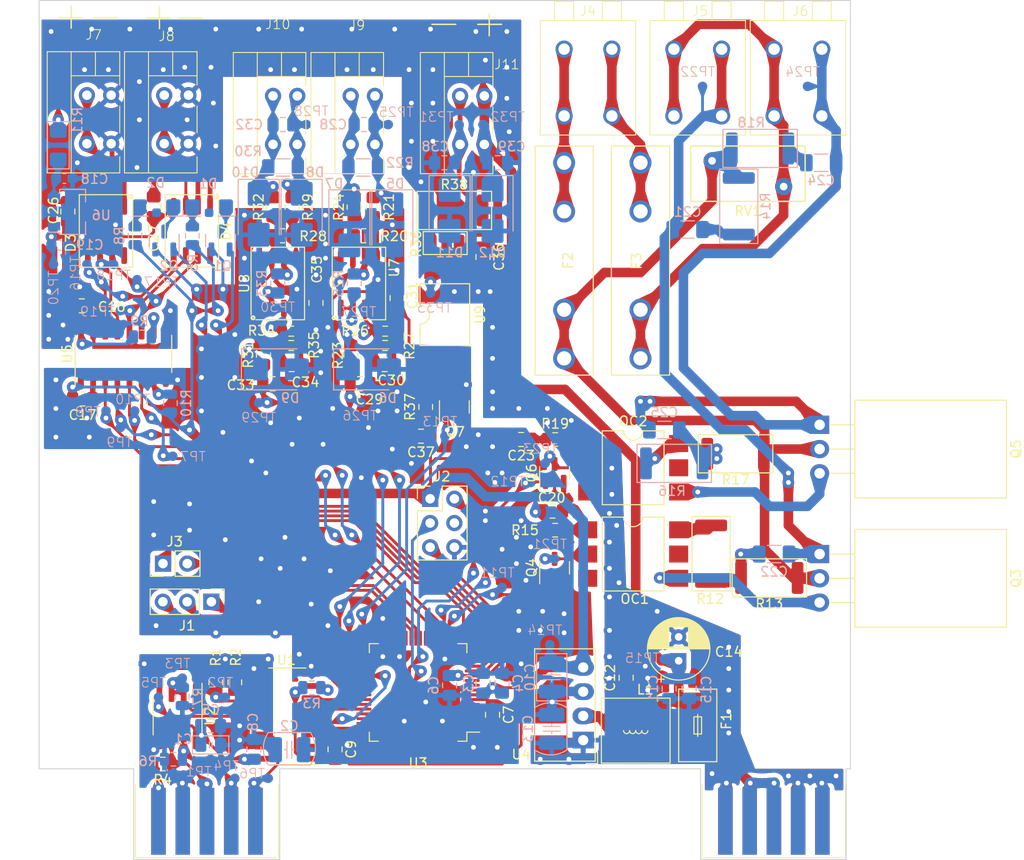
<source format=kicad_pcb>
(kicad_pcb (version 20221018) (generator pcbnew)
  (layers (0 "F.Cu" signal) (31 "B.Cu" signal) (34 "B.Paste" user) (35 "F.Paste" user) (36 "B.SilkS" user "B.Silkscreen") (37 "F.SilkS" user "F.Silkscreen") (38 "B.Mask" user) (39 "F.Mask" user) (44 "Edge.Cuts" user))
  (net 0 "")
  (net 1 "/+3.3VRS485")
  (net 2 "GND1")
  (net 3 "GNDD")
  (net 4 "+3V3")
  (net 5 "/NRST")
  (net 6 "GNDA")
  (net 7 "+24V")
  (net 8 "Net-(U4-IN+)")
  (net 9 "/AddSchems/ACOUT1")
  (net 10 "/AddSchems/ACOUT2")
  (net 11 "Net-(C21-Pad1)")
  (net 12 "+5V")
  (net 13 "Net-(U6-IN)")
  (net 14 "Net-(D1-K)")
  (net 15 "Net-(D1-A)")
  (net 16 "Net-(D2-K)")
  (net 17 "Net-(D2-A)")
  (net 18 "Net-(D3-T+)")
  (net 19 "/AddSchems/CLK_out")
  (net 20 "/AddSchems/CS1_out")
  (net 21 "/AddSchems/MISO_out")
  (net 23 "Net-(D4-T+)")
  (net 24 "/AddSchems/CS2_out")
  (net 26 "Net-(RS2-Pin_2)")
  (net 27 "Net-(J4-Pin_1)")
  (net 28 "/AddSchems/ACIN_1")
  (net 29 "/AddSchems/ACIN_2")
  (net 30 "Net-(J4-Pin_2)")
  (net 31 "/UART_DE")
  (net 32 "/UART_TX")
  (net 33 "/UART_RX")
  (net 34 "/SWDIO")
  (net 35 "/SWCLK")
  (net 37 "/GPIO1")
  (net 38 "/GPIO2")
  (net 39 "Net-(OC1-Pad1)")
  (net 41 "Net-(Q3-G)")
  (net 43 "Net-(OC1-Pad6)")
  (net 44 "Net-(OC2-Pad1)")
  (net 45 "Net-(Q6-C)")
  (net 48 "Net-(OC2-Pad6)")
  (net 49 "Net-(Q1-B)")
  (net 50 "Net-(Q2-B)")
  (net 51 "/SIM1_ON")
  (net 52 "/SIM2_ON")
  (net 53 "Net-(U1-VID)")
  (net 54 "Net-(U1-VE2)")
  (net 55 "Net-(RS1-Pin_3)")
  (net 56 "Net-(U1-VE1)")
  (net 57 "Net-(RS1-Pin_4)")
  (net 58 "Net-(U1-VOC)")
  (net 59 "Net-(U5-VE2)")
  (net 60 "Net-(U5-VE1)")
  (net 61 "/RTS")
  (net 62 "/RTS_cont")
  (net 63 "/TX_USART_1")
  (net 64 "/DE_USART_1")
  (net 65 "/RX_USART_1")
  (net 66 "Net-(U1-VOB)")
  (net 75 "/CS1")
  (net 76 "/CS2")
  (net 77 "/MISO")
  (net 79 "/CLK")
  (net 89 "Net-(D11-A1)")
  (net 90 "Net-(D5-K)")
  (net 91 "Net-(D6-K)")
  (net 112 "Net-(D7-K)")
  (net 113 "Net-(D8-K)")
  (net 114 "Net-(D9-K)")
  (net 115 "Net-(D10-K)")
  (net 116 "Net-(U7A-+)")
  (net 117 "Net-(U7B-+)")
  (net 118 "Net-(U7A--)")
  (net 119 "Net-(U7B--)")
  (net 120 "/U_Idet1")
  (net 121 "Net-(U8B--)")
  (net 122 "/U_Idet2")
  (net 123 "Net-(U8B-+)")
  (net 124 "Net-(U8A--)")
  (net 125 "Net-(U8A-+)")
  (net 126 "/Relay_ON")
  (net 127 "Net-(Q7-C)")
  (net 128 "Net-(R36-Pad2)")
  (net 129 "Net-(C22-Pad1)")
  (net 130 "Net-(C24-Pad1)")
  (net 131 "Net-(C25-Pad1)")
  (net 132 "Net-(Q4-C)")
  (net 133 "Net-(Q5-G)")
  (net 134 "Net-(R37-Pad2)")
  (footprint "Resistor_SMD:R_0603_1608Metric_Pad0.98x0.95mm_HandSolder" (layer "F.Cu") (at 109.4125 89.65 180)
    (fp_text reference "R34")
    (fp_text value "0603 102 1%")
  )
  (footprint "Capacitor_SMD:C_0805_2012Metric_Pad1.18x1.45mm_HandSolder" (layer "F.Cu") (at 116.6125 95.15)
    (fp_text reference "C29")
    (fp_text value "0,1uF 100V 0805")
  )
  (footprint "PCM_Package_SO_AKL:SO-8_3.9x4.9mm_P1.27mm" (layer "F.Cu") (at 90 79.15 -90)
    (fp_text reference "D3")
    (fp_text value "MAX6675 SO-8" hide)
  )
  (footprint "MountingHole:MountingHole_3.2mm_M3" (layer "F.Cu") (at 164.1 89)
    (fp_text reference "H4" hide)
    (fp_text value "MountingHole")
  )
  (footprint "Package_TO_SOT_SMD:SOT-23" (layer "F.Cu") (at 126.5 97.5875 90)
    (fp_text reference "Q7")
    (fp_text value "DTC114ECA (SOT-23)")
  )
  (footprint "PCM_4ms_Resistor:R_0805_2012Metric" (layer "F.Cu") (at 95.9375 135 180)
    (fp_text reference "R4")
    (fp_text value "561 0805")
  )
  (footprint "PCM_Resistor_SMD_AKL:R_1206_3216Metric" (layer "F.Cu") (at 125.5375 80.415 180)
    (fp_text reference "R36")
    (fp_text value "104 1206" hide)
  )
  (footprint "Resistor_SMD:R_0805_2012Metric_Pad1.20x1.40mm_HandSolder" (layer "F.Cu") (at 115.65 92.15 -90)
    (fp_text reference "R23")
    (fp_text value "0805 102 1%")
  )
  (footprint "PCM_Package_SO_AKL:SO-8_3.9x4.9mm_P1.27mm" (layer "F.Cu") (at 99 79.15 -90)
    (fp_text reference "D4")
    (fp_text value "MAX6675 SO-8" hide)
  )
  (footprint "Connector:DG141R-02" (layer "F.Cu") (at 95.239 67.968 -90)
    (fp_text reference "J7")
    (fp_text value "DG141R-02")
  )
  (footprint "Package_DIP:SMDIP-4_W9.53mm" (layer "F.Cu") (at 125.5 87.915 90)
    (fp_text reference "U9")
    (fp_text value "LTV-817S")
  )
  (footprint "Resistor_SMD:R_0603_1608Metric_Pad0.98x0.95mm_HandSolder" (layer "F.Cu") (at 119.25 89.65 180)
    (fp_text reference "R26")
    (fp_text value "0603 102 1%")
  )
  (footprint "Connector:DG141R-02" (layer "F.Cu") (at 134.338 68.048 -90)
    (fp_text reference "J11")
    (fp_text value "DG141R-02")
  )
  (footprint "Capacitor_SMD:C_0805_2012Metric_Pad1.18x1.45mm_HandSolder" (layer "F.Cu") (at 87.4625 87 180)
    (fp_text reference "C16")
    (fp_text value "0,1uF 100V 0805")
  )
  (footprint "Capacitor_SMD:C_0805_2012Metric" (layer "F.Cu") (at 119.2 93.15)
    (fp_text reference "C30")
    (fp_text value "10uF 16V 0805")
  )
  (footprint "Package_DIP:SMDIP-6_W9.53mm" (layer "F.Cu") (at 145.235 113)
    (fp_text reference "OC1")
    (fp_text value "MOC3023SM (SMDIP-6)")
  )
  (footprint "Package_SO:SOIC-8_3.9x4.9mm_P1.27mm" (layer "F.Cu") (at 97.5 130 -90)
    (fp_text reference "U2")
    (fp_text value "ADM3485EARZ-REEL (SOIC-8)")
  )
  (footprint "MountingHole:MountingHole_3.2mm_M3" (layer "F.Cu") (at 87 129.5)
    (fp_text reference "H2" hide)
    (fp_text value "MountingHole")
  )
  (footprint "Capacitor_SMD:C_0805_2012Metric_Pad1.18x1.45mm_HandSolder" (layer "F.Cu") (at 114 133.4625 -90)
    (fp_text reference "C9")
    (fp_text value "0,1uF 100V 0805")
  )
  (footprint "PCM_4ms_Resistor:R_0805_2012Metric" (layer "F.Cu") (at 103.5 126.4375 90)
    (fp_text reference "R2")
    (fp_text value "472 0805")
  )
  (footprint "Resistor_SMD:R_0805_2012Metric_Pad1.20x1.40mm_HandSolder" (layer "F.Cu") (at 116 76.65 -90)
    (fp_text reference "R24")
    (fp_text value "0805 102 1%")
  )
  (footprint "Resistor_SMD:R_0805_2012Metric_Pad1.20x1.40mm_HandSolder" (layer "F.Cu") (at 106.5 92.15 -90)
    (fp_text reference "R31")
    (fp_text value "0805 102 1%")
  )
  (footprint "Capacitor_SMD:C_0805_2012Metric_Pad1.18x1.45mm_HandSolder" (layer "F.Cu") (at 112 86.6875 90)
    (fp_text reference "C35")
    (fp_text value "1uF 50V 0805")
  )
  (footprint "PCM_4ms_Resistor:R_0805_2012Metric" (layer "F.Cu") (at 137.0625 101)
    (fp_text reference "R19")
    (fp_text value "201 0805")
  )
  (footprint "Resistor_SMD:R_0805_2012Metric_Pad1.20x1.40mm_HandSolder" (layer "F.Cu") (at 107.5 76.65 -90)
    (fp_text reference "R32")
    (fp_text value "0805 102 1%")
  )
  (footprint "PCM_Package_SO_AKL:SO-8_3.9x4.9mm_P1.27mm" (layer "F.Cu") (at 108 84.65 90)
    (fp_text reference "U8")
    (fp_text value "LMV358IDT " hide)
  )
  (footprint "Capacitor_SMD:C_0805_2012Metric_Pad1.18x1.45mm_HandSolder" (layer "F.Cu") (at 129.5 81.8775 -90)
    (fp_text reference "C36")
    (fp_text value "0,1uF 100V 0805")
  )
  (footprint "Converter_DCDC:Converter_DCDC_Murata_MEE1SxxxxSC_THT" (layer "F.Cu") (at 140 132.5 180)
    (fp_text reference "U4")
    (fp_text value "AM1SS-2403SJZ")
  )
  (footprint "Connector:DG212R-THR-5.0-02P" (layer "F.Cu") (at 138 60.099)
    (fp_text reference "J4")
    (fp_text value "DG212R-THR-5.0-02P")
  )
  (footprint "Connector:Edge_Conn_KLS1-603-10" (layer "F.Cu") (at 100.58 137.19)
    (fp_text reference "RS1" hide)
    (fp_text value "SL-10 (L-KLS1-603C-10-S)")
  )
  (footprint "Connector_PinHeader_2.54mm:PinHeader_1x02_P2.54mm_Vertical" (layer "F.Cu") (at 95.975 114 90)
    (fp_text reference "J3")
    (fp_text value "Debug GPIO (PinHeader_01x02_P2.54mm)")
  )
  (footprint "MountingHole:MountingHole_3.2mm_M3" (layer "F.Cu") (at 87 109.5)
    (fp_text reference "H1" hide)
    (fp_text value "MountingHole")
  )
  (footprint "PCM_Fuse_Handsoldering_AKL:Fuse_Littelfuse-NANO2-451_453" (layer "F.Cu") (at 152 130.955 90)
    (fp_text reference "F1")
    (fp_text value "045201.5MRL" hide)
  )
  (footprint "Resistor_SMD:R_0603_1608Metric_Pad0.98x0.95mm_HandSolder" (layer "F.Cu") (at 119.2375 91.15)
    (fp_text reference "R27")
    (fp_text value "0603 102 1%")
  )
  (footprint "Capacitor_SMD:C_0805_2012Metric_Pad1.18x1.45mm_HandSolder" (layer "F.Cu") (at 136.7875 108.5)
    (fp_text reference "C20")
    (fp_text value "0,1uF 100V 0805")
  )
  (footprint "Resistor_SMD:R_0805_2012Metric_Pad1.20x1.40mm_HandSolder" (layer "F.Cu") (at 117 79.65 180)
    (fp_text reference "R20")
    (fp_text value "0805 102 1%")
  )
  (footprint "Resistor_SMD:R_0805_2012Metric_Pad1.20x1.40mm_HandSolder" (layer "F.Cu") (at 108.5 79.65 180)
    (fp_text reference "R28")
    (fp_text value "0805 102 1%")
  )
  (footprint "Varistor:RV_Disc_D12mm_W5.8mm_P7.5mm" (layer "F.Cu") (at 153.5 71.8)
    (fp_text reference "RV1")
    (fp_text value "V10E250P")
  )
  (footprint "Package_TO_SOT_SMD:SOT-23" (layer "F.Cu") (at 137 104.5 90)
    (fp_text reference "Q6")
    (fp_text value "DTC114ECA (SOT-23)")
  )
  (footprint "PCM_Resistor_SMD_AKL:R_2512_6332Metric" (layer "F.Cu") (at 155.9625 102.5 180)
    (fp_text reference "R17")
    (fp_text value "102 2512" hide)
  )
  (footprint "PCM_4ms_Resistor:R_0805_2012Metric" (layer "F.Cu") (at 101.5 126.4375 90)
    (fp_text reference "R1")
    (fp_text value "103 0805")
  )
  (footprint "PCM_Resistor_SMD_AKL:R_2512_6332Metric" (layer "F.Cu") (at 153.4 112.9625 90)
    (fp_text reference "R12")
    (fp_text value "181 2512" hide)
  )
  (footprint "Package_TO_SOT_THT:TO-220-3_Horizontal_TabDown" (layer "F.Cu") (at 164.77 99.46 -90)
    (fp_text reference "Q5")
    (fp_text value "BT136X-800E TO-220")
  )
  (footprint "Connector:DG212R-THR-5.0-02P" (layer "F.Cu") (at 160 60.1)
    (fp_text reference "J6")
    (fp_text value "DG212R-THR-5.0-02P")
  )
  (footprint "Package_SO:SOIC-16_3.9x9.9mm_P1.27mm" (layer "F.Cu") (at 109 130 180)
    (fp_text reference "U1")
    (fp_text value "π141M30 (SOIC-16)")
  )
  (footprint "MountingHole:MountingHole_3.2mm_M3" (layer "F.Cu") (at 163.5 129.5)
    (fp_text reference "H3" hide)
    (fp_text value "MountingHole")
  )
  (footprint "Connector:Edge_Conn_KLS1-603-10" (layer "F.Cu") (at 159.98 137.19)
    (fp_text reference "RS2" hide)
    (fp_text value "SL-10 (L-KLS1-603C-10-S)")
  )
  (footprint "Capacitor_SMD:C_0805_2012Metric_Pad1.18x1.45mm_HandSolder" (layer "F.Cu") (at 144.5 125.9625 90)
    (fp_text reference "C12")
    (fp_text value "4,7uF 50V 0805")
  )
  (footprint "Capacitor_SMD:C_0805_2012Metric_Pad1.18x1.45mm_HandSolder" (layer "F.Cu") (at 107.4625 95.15)
    (fp_text reference "C33")
    (fp_text value "0,1uF 100V 0805")
  )
  (footprint "Capacitor_SMD:C_0805_2012Metric_Pad1.18x1.45mm_HandSolder" (layer "F.Cu") (at 120.5 86.1875 90)
    (fp_text reference "C31")
    (fp_text value "1uF 50V 0805")
  )
  (footprint "Resistor_SMD:R_0603_1608Metric_Pad0.98x0.95mm_HandSolder" (layer "F.Cu") (at 109.4125 91.15)
    (fp_text reference "R35")
    (fp_text value "0603 102 1%")
  )
  (footprint "Package_TO_SOT_THT:TO-220-3_Horizontal_TabDown" (layer "F.Cu") (at 164.77 113 -90)
    (fp_text reference "Q3")
    (fp_text value "BT136X-800E TO-220")
  )
  (footprint "Connector:DG141R-02" (layer "F.Cu") (at 114.739 68.048 -90)
    (fp_text reference "J10")
    (fp_text value "DG141R-02")
  )
  (footprint "PCM_4ms_Resistor:R_0805_2012Metric" (layer "F.Cu") (at 123.5 97.5875 90)
    (fp_text reference "R37")
    (fp_text value "151 0805")
  )
  (footprint "Capacitor_SMD:C_0805_2012Metric_Pad1.18x1.45mm_HandSolder" (layer "F.Cu") (at 133.5 101 180)
    (fp_text reference "C23")
    (fp_text value "0,1uF 100V 0805")
  )
  (footprint "Connector_PinHeader_2.54mm:PinHeader_2x03_P2.54mm_Vertical" (layer "F.Cu") (at 123.96 107.21)
    (fp_text reference "J2")
    (fp_text value "Prog (PinHeader_2x03_P2.54mm)")
  )
  (footprint "Resistor_SMD:R_0805_2012Metric_Pad1.20x1.40mm_HandSolder" (layer "F.Cu") (at 118 76.65 -90)
    (fp_text reference "R21")
    (fp_text value "0805 102 1%")
  )
  (footprint "Package_QFP:LQFP-64_10x10mm_P0.5mm" (layer "F.Cu") (at 122.7 127.5 180)
    (fp_text reference "U3")
    (fp_text value "STM32G070RBTx (LQFP-64)")
  )
  (footprint "PCM_Inductor_SMD_Handsoldering_AKL:L_Bourns-SRN6028" (layer "F.Cu") (at 145.5 131.5 180)
    (fp_text reference "L1")
    (fp_text value "6,8uH 3,5A ETQP3M6R8KVP" hide)
  )
  (footprint "Package_TO_SOT_SMD:SOT-23" (layer "F.Cu") (at 137 114.4375 90)
    (fp_text reference "Q4")
    (fp_text value "DTC114ECA (SOT-23)")
  )
  (footprint "Fuse:Fuseholder_100_series_5x20mm_D1,5" (layer "F.Cu") (at 138 72 -90)
    (fp_text reference "F2")
    (fp_text value "Fuse 5A ZH266 (2 клипсы)")
  )
  (footprint "Fuse:Fuseholder_100_series_5x20mm_D1,5" (layer "F.Cu") (at 146 92.5 90)
    (fp_text reference "F3")
    (fp_text value "Fuse 5A ZH266 (2 клипсы)")
  )
  (footprint "Capacitor_SMD:C_0805_2012Metric_Pad1.18x1.45mm_HandSolder" (layer "F.Cu") (at 95 76.6125 -90)
    (fp_text reference "C27")
    (fp_text value "0,1uF 100V 0805")
  )
  (footprint "Connector:DG212R-THR-5.0-02P" (layer "F.Cu") (at 149.5 60.099)
    (fp_text reference "J5")
    (fp_text value "DG212R-THR-5.0-02P")
  )
  (footprint "Resistor_SMD:R_0805_2012Metric_Pad1.20x1.40mm_HandSolder" (layer "F.Cu") (at 109.5 76.65 -90)
    (fp_text reference "R29")
    (fp_text value "0805 102 1%")
  )
  (footprint "Connector:DG141R-02" (layer "F.Cu") (at 103.338 67.968 -90)
    (fp_text reference "J8")
    (fp_text value "DG141R-02")
  )
  (footprint "Capacitor_SMD:C_0805_2012Metric" (layer "F.Cu") (at 109.45 93.15)
    (fp_text reference "C34")
    (fp_text value "10uF 16V 0805")
  )
  (footprint "Connector_PinHeader_2.54mm:PinHeader_1x03_P2.54mm_Vertical" (layer "F.Cu") (at 101.04 118 -90)
    (fp_text reference "J1")
    (fp_text value "DebugUSART (PinHeader_01x03_P2.54mm)")
  )
  (footprint "Connector:DG141R-02" (layer "F.Cu") (at 122.878 68.048 -90)
    (fp_text reference "J9")
    (fp_text value "DG141R-02")
  )
  (footprint "Capacitor_SMD:C_0805_2012Metric_Pad1.18x1.45mm_HandSolder" (layer "F.Cu") (at 123 100.65 180)
    (fp_text reference "C37")
    (fp_text value "0,1uF 100V 0805")
  )
  (footprint "Capacitor_SMD:C_0805_2012Metric_Pad1.18x1.45mm_HandSolder" (layer "F.Cu") (at 87.5375 96.75 180)
    (fp_text reference "C17")
    (fp_text value "0,1uF 100V 0805")
  )
  (footprint "PCM_Resistor_SMD_AKL:R_2512_6332Metric" (layer "F.Cu") (at 159.5 115.5 180)
    (fp_text reference "R13")
    (fp_text value "102 2512" hide)
  )
  (footprint "Package_SO:SOIC-16_3.9x9.9mm_P1.27mm" (layer "F.Cu") (at 91.825 92.025 90)
    (fp_text reference "U5")
    (fp_text value "π141M30 (SOIC-16)")
  )
  (footprint "PCM_Package_SO_AKL:SO-8_3.9x4.9mm_P1.27mm" (layer "F.Cu") (at 116.5 84.65 90)
    (fp_text reference "U7")
    (fp_text value "LMV358IDT " hide)
  )
  (footprint "PCM_Resistor_SMD_AKL:R_2512_6332Metric" (layer "F.Cu") (at 126.5 77)
    (fp_text reference "R38")
    (fp_text value "202 2512" hide)
  )
  (footprint "PCM_Capacitor_THT_AKL:CP_Radial_D6.3mm_P2.50mm" (layer "F.Cu") (at 150 124.182379 90)
    (fp_text reference "C14")
    (fp_text value "47uF 63V D10,5" hide)
  )
  (footprint "MountingHole:MountingHole_3.2mm_M3" (layer "F.Cu") (at 156.6 89)
    (fp_text reference "H5" hide)
    (fp_text value "MountingHole")
  )
  (footprint "Capacitor_SMD:C_0805_2012Metric_Pad1.18x1.45mm_HandSolder" (layer "F.Cu") (at 86 77.1125 -90)
    (fp_text reference "C26")
    (fp_text value "0,1uF 100V 0805")
  )
  (footprint "Capacitor_SMD:C_0805_2012Metric_Pad1.18x1.45mm_HandSolder" (layer "F.Cu") (at 130.5 129.8375 -90)
    (fp_text reference "C7")
    (fp_text value "0,1uF 100V 0805")
  )
  (footprint "Package_DIP:SMDIP-6_W9.53mm" (layer "F.Cu") (at 145.235 103.96)
    (fp_text reference "OC2")
    (fp_text value "MOC3023SM (SMDIP-6)")
  )
  (footprint "PCM_4ms_Resistor:R_0805_2012Metric" (layer "F.Cu") (at 137.0625 110.5)
    (fp_text reference "R15")
    (fp_text value "201 0805")
  )
  (footprint "Diode_SMD:D_SMB" (layer "B.Cu") (at 110.5 77.4 -90)
    (fp_text reference "D8")
    (fp_text value "SMBJ3V3-E3/52")
  )
  (footprint "PCM_4ms_TestPoint:TestPoint_D1" (layer "B.Cu") (at 119.575 68 180)
    (fp_text reference "TP25")
    (fp_text value "TestPoint")
  )
  (footprint "PCM_4ms_TestPoint:TestPoint_D1" (layer "B.Cu") (at 106 97.15 180)
    (fp_text reference "TP29")
    (fp_text value "TestPoint")
  )
  (footprint "PCM_Resistor_SMD_AKL:R_2512_6332Metric" (layer "B.Cu") (at 158.5375 70.5 180)
    (fp_text reference "R18")
    (fp_text value "510 2512" hide)
  )
  (footprint "PCM_Resistor_SMD_AKL:R_1206_3216Metric_Pad1.42x1.75mm_HandSolder" (layer "B.Cu") (at 85 70.1625 90)
    (fp_text reference "R11")
    (fp_text value "621 1206")
  )
  (footprint "PCM_4ms_TestPoint:TestPoint_D1" (layer "B.Cu") (at 129.5 68 180)
    (fp_text reference "TP32")
    (fp_text value "TestPoint")
  )
  (footprint "PCM_4ms_TestPoint:TestPoint_D1" (layer "B.Cu") (at 108.5 88.65 180)
    (fp_text reference "TP30")
    (fp_text value "TestPoint")
  )
  (footprint "Package_TO_SOT_SMD:SOT-23" (layer "B.Cu") (at 102 80.15 90)
    (fp_text reference "Q1")
    (fp_text value "DTC114ECA (SOT-23)")
  )
  (footprint "Package_TO_SOT_SMD:SOT-89-3" (layer "B.Cu") (at 86.5 77.15)
    (fp_text reference "U6")
    (fp_text value "L78L05 (SOT89-3)")
  )
  (footprint "Diode_SMD:D_SMB" (layer "B.Cu") (at 115.5 78.5 -90)
    (fp_text reference "D7")
    (fp_text value "SMBJ3V3-E3/52")
  )
  (footprint "Capacitor_SMD:C_0805_2012Metric_Pad1.18x1.45mm_HandSolder" (layer "B.Cu") (at 151.1 127.1 -90)
    (fp_text reference "C15")
    (fp_text value "0,1uF 100V 0805")
  )
  (footprint "PCM_4ms_TestPoint:TestPoint_D1" (layer "B.Cu") (at 163.5 64 180)
    (fp_text reference "TP24")
    (fp_text value "TestPoint")
  )
  (footprint "PCM_Capacitor_SMD_AKL:C_0805_2012Metric_Pad1.18x1.45mm_HandSolder" (layer "B.Cu") (at 100.9635 133 180)
    (fp_text reference "C1")
    (fp_text value "1uF 100V 0805")
  )
  (footprint "PCM_4ms_TestPoint:TestPoint_D1" (layer "B.Cu") (at 90.8 82.65 180)
    (fp_text reference "TP18")
    (fp_text value "TestPoint")
  )
  (footprint "Resistor_SMD:R_0805_2012Metric_Pad1.20x1.40mm_HandSolder" (layer "B.Cu") (at 116 84.65 -90)
    (fp_text reference "R25")
    (fp_text value "0805 102 1%")
  )
  (footprint "Resistor_SMD:R_1206_3216Metric_Pad1.30x1.75mm_HandSolder" (layer "B.Cu") (at 116.95 72.5 180)
    (fp_text reference "R22")
    (fp_text value "1206 330")
  )
  (footprint "PCM_4ms_TestPoint:TestPoint_D1" (layer "B.Cu") (at 93.25 84.25 180)
    (fp_text reference "TP17")
    (fp_text value "TestPoint")
  )
  (footprint "LED_SMD:LED_Kingbright_KPA-3010_3x2x1mm" (layer "B.Cu") (at 95.3 76.0875 180)
    (fp_text reference "D2")
    (fp_text value "KPA-3010CGCK")
  )
  (footprint "PCM_4ms_TestPoint:TestPoint_D1" (layer "B.Cu") (at 91.5 87.5 180)
    (fp_text reference "TP19")
    (fp_text value "TestPoint")
  )
  (footprint "PCM_4ms_Resistor:R_0805_2012Metric" (layer "B.Cu") (at 93.05 79.65 90)
    (fp_text reference "R8")
    (fp_text value "151 0805")
  )
  (footprint "Capacitor_SMD:C_0805_2012Metric_Pad1.18x1.45mm_HandSolder" (layer "B.Cu") (at 117.0375 68 180)
    (fp_text reference "C28")
    (fp_text value "1uF 50V 0805")
  )
  (footprint "Capacitor_SMD:C_0805_2012Metric_Pad1.18x1.45mm_HandSolder" (layer "B.Cu") (at 108.5375 68 180)
    (fp_text reference "C32")
    (fp_text value "1uF 50V 0805")
  )
  (footprint "Capacitor_SMD:C_1206_3216Metric_Pad1.33x1.80mm_HandSolder" (layer "B.Cu") (at 160 113)
    (fp_text reference "C22")
    (fp_text value "0,01uF 600V 1206 (GRM31BR72J103KW01L)")
  )
  (footprint "PCM_Capacitor_SMD_AKL:C_1210_3225Metric_Pad1.42x2.65mm_HandSolder" (layer "B.Cu") (at 136.7 125.9125 -90)
    (fp_text reference "C10")
    (fp_text value "10uF 50V 1210 GRM32ER71H106K")
  )
  (footprint "PCM_4ms_Resistor:R_0805_2012Metric" (layer "B.Cu") (at 97.0625 134.5)
    (fp_text reference "R6")
    (fp_text value "561 0805")
  )
  (footprint "Capacitor_SMD:C_0805_2012Metric_Pad1.18x1.45mm_HandSolder" (layer "B.Cu") (at 149 127.1 -90)
    (fp_text reference "C11")
    (fp_text value "4,7uF 50V 0805")
  )
  (footprint "Diode_SMD:D_SMB" (layer "B.Cu") (at 117.5 93.65)
    (fp_text reference "D6")
    (fp_text value "SMBJ3V3-E3/52")
  )
  (footprint "Capacitor_SMD:C_1206_3216Metric_Pad1.33x1.80mm_HandSolder" (layer "B.Cu") (at 164.9375 72)
    (fp_text reference "C24")
    (fp_text value "0,01uF 600V 1206 (GRM31BR72J103KW01L)")
  )
  (footprint "PCM_4ms_TestPoint:TestPoint_D1" (layer "B.Cu") (at 95.5 128 180)
    (fp_text reference "TP5")
    (fp_text value "TestPoint")
  )
  (footprint "PCM_4ms_TestPoint:TestPoint_D1" (layer "B.Cu") (at 116.75 97.15 180)
    (fp_text reference "TP26")
    (fp_text value "TestPoint")
  )
  (footprint "Capacitor_SMD:C_0805_2012Metric_Pad1.18x1.45mm_HandSolder" (layer "B.Cu") (at 125.4625 72 180)
    (fp_text reference "C38")
    (fp_text value "0,1uF 100V 0805")
  )
  (footprint "Capacitor_SMD:C_0805_2012Metric_Pad1.18x1.45mm_HandSolder" (layer "B.Cu") (at 131.5 126.5375 90)
    (fp_text reference "C4")
    (fp_text value "4,7uF 50V 0805")
  )
  (footprint "PCM_4ms_TestPoint:TestPoint_D1" (layer "B.Cu") (at 152.5 64 180)
    (fp_text reference "TP22")
    (fp_text value "TestPoint")
  )
  (footprint "PCM_4ms_Resistor:R_0805_2012Metric" (layer "B.Cu") (at 98 127.9375 90)
    (fp_text reference "R7")
    (fp_text value "103 0805")
  )
  (footprint "PCM_4ms_TestPoint:TestPoint_D1" (layer "B.Cu") (at 125.5 100.65 180)
    (fp_text reference "TP13")
    (fp_text value "TestPoint")
  )
  (footprint "Diode_SMD:D_SMB" (layer "B.Cu") (at 126 77 -90)
    (fp_text reference "D11")
    (fp_text value "SM6T30A (SMB)")
  )
  (footprint "PCM_4ms_Resistor:R_0805_2012Metric" (layer "B.Cu") (at 99.05 79.65 -90)
    (fp_text reference "R5")
    (fp_text value "151 0805")
  )
  (footprint "PCM_4ms_TestPoint:TestPoint_D1" (layer "B.Cu") (at 137 113.5 180)
    (fp_text reference "TP21")
    (fp_text value "TestPoint")
  )
  (footprint "PCM_4ms_TestPoint:TestPoint_D1" (layer "B.Cu") (at 127 68 180)
    (fp_text reference "TP31")
    (fp_text value "TestPoint")
  )
  (footprint "PCM_4ms_Resistor:R_0805_2012Metric" (layer "B.Cu") (at 93.8125 90.25 180)
    (fp_text reference "R9")
    (fp_text value "472 0805")
  )
  (footprint "Capacitor_SMD:C_1206_3216Metric_Pad1.33x1.80mm_HandSolder" (layer "B.Cu") (at 148.5 100 180)
    (fp_text reference "C25")
    (fp_text value "0,01uF 600V 1206 (GRM31BR72J103KW01L)")
  )
  (footprint "PCM_Resistor_SMD_AKL:R_2512_6332Metric" (layer "B.Cu") (at 156.3 76.5625 90)
    (fp_text reference "R14")
    (fp_text value "510 2512" hide)
  )
  (footprint "PCM_4ms_TestPoint:TestPoint_D1" (layer "B.Cu") (at 84.5 82.65 90)
    (fp_text reference "TP20")
    (fp_text value "TestPoint")
  )
  (footprint "Capacitor_SMD:C_0805_2012Metric_Pad1.18x1.45mm_HandSolder" (layer "B.Cu") (at 100.9625 131 180)
    (fp_text reference "C5")
    (fp_text value "0,1uF 100V 0805")
  )
  (footprint "Package_TO_SOT_SMD:SOT-23" (layer "B.Cu") (at 96.1 80.15 90)
    (fp_text reference "Q2")
    (fp_text value "DTC114ECA (SOT-23)")
  )
  (footprint "Diode_SMD:D_SMB" (layer "B.Cu") (at 106 77.4 -90)
    (fp_text reference "D10")
    (fp_text value "SMBJ3V3-E3/52")
  )
  (footprint "PCM_4ms_TestPoint:TestPoint_D1" (layer "B.Cu") (at 102.5 128 180)
    (fp_text reference "TP2")
    (fp_text value "TestPoint")
  )
  (footprint "Capacitor_SMD:C_0805_2012Metric_Pad1.18x1.45mm_HandSolder" (layer "B.Cu") (at 129.5 126.5375 90)
    (fp_text reference "C3")
    (fp_text value "0,1uF 100V 0805")
  )
  (footprint "PCM_4ms_TestPoint:TestPoint_D1" (layer "B.Cu") (at 91.5 99.75 180)
    (fp_text reference "TP9")
    (fp_text value "TestPoint")
  )
  (footprint "Diode_SMD:D_SMB" (layer "B.Cu") (at 107.85 93.65)
    (fp_text reference "D9")
    (fp_text value "SMBJ3V3-E3/52")
  )
  (footprint "PCM_4ms_Resistor:R_0805_2012Metric" (layer "B.Cu") (at 96.75 97.1875 90)
    (fp_text reference "R10")
    (fp_text value "472 0805")
  )
  (footprint "PCM_4ms_TestPoint:TestPoint_D1" (layer "B.Cu") (at 107 136.5 180)
    (fp_text reference "TP6")
    (fp_text value "TestPoint")
  )
  (footprint "LED_SMD:LED_Kingbright_KPA-3010_3x2x1mm" (layer "B.Cu") (at 100.8 76.0875 180)
    (fp_text reference "D1")
    (fp_text value "KPA-3010CGCK")
  )
  (footprint "PCM_4ms_TestPoint:TestPoint_D1" (layer "B.Cu") (at 134.5 105.5 180)
    (fp_text reference "TP12")
    (fp_text value "TestPoint")
  )
  (footprint "Diode_SMD:D_SMB" (layer "B.Cu") (at 130.5 77 -90)
    (fp_text reference "D12")
    (fp_text value "SM6T30A (SMB)")
  )
  (footprint "PCM_4ms_TestPoint:TestPoint_D1" (layer "B.Cu") (at 136 103.5 180)
    (fp_text reference "TP23")
    (fp_text value "TestPoint")
  )
  (footprint "PCM_4ms_TestPoint:TestPoint_D1" (layer "B.Cu") (at 97 102.75 180)
    (fp_text reference "TP7")
    (fp_text value "TestPoint")
  )
  (footprint "PCM_4ms_TestPoint:TestPoint_D1" (layer "B.Cu") (at 124 85.65 180)
    (fp_text reference "TP33")
    (fp_text value "TestPoint")
  )
  (footprint "PCM_4ms_TestPoint:TestPoint_D1" (layer "B.Cu") (at 90 98 180)
    (fp_text reference "TP8")
    (fp_text value "TestPoint")
  )
  (footprint "Resistor_SMD:R_1206_3216Metric_Pad1.30x1.75mm_HandSolder" (layer "B.Cu") (at 108.55 72.5 180)
    (fp_text reference "R30")
    (fp_text value "1206 330")
  )
  (footprint "PCM_4ms_TestPoint:TestPoint_D1" (layer "B.Cu") (at 131.5 116.5 180)
    (fp_text reference "TP11")
    (fp_text value "TestPoint")
  )
  (footprint "PCM_Capacitor_SMD_Handsoldering_AKL:C_1210_3225Metric_Pad1.42x2.65mm" (layer "B.Cu") (at 136.7 131.3125 90)
    (fp_text reference "C13")
    (fp_text value " 270 pf X7R 1206 2000v 202R18W271KW4E" hide)
  )
  (footprint "PCM_4ms_TestPoint:TestPoint_D1" (layer "B.Cu") (at 111 68 180)
    (fp_text reference "TP28")
    (fp_text value "TestPoint")
  )
  (footprint "Capacitor_SMD:C_0805_2012Metric_Pad1.18x1.45mm_HandSolder" (layer "B.Cu") (at 126 126.7625 -90)
    (fp_text reference "C6")
    (fp_text value "0,1uF 100V 0805")
  )
  (footprint "PCM_4ms_Resistor:R_0805_2012Metric" (layer "B.Cu") (at 111.5625 127)
    (fp_text reference "R3")
    (fp_text value "472 0805")
  )
  (footprint "Capacitor_SMD:C_1206_3216Metric_Pad1.33x1.80mm_HandSolder" (layer "B.Cu") (at 150.9375 79 180)
    (fp_text reference "C21")
    (fp_text value "0,01uF 600V 1206 (GRM31BR72J103KW01L)")
  )
  (footprint "PCM_4ms_TestPoint:TestPoint_D1" (layer "B.Cu") (at 103.5 136.5 180)
    (fp_text reference "TP4")
    (fp_text value "TestPoint")
  )
  (footprint "PCM_Capacitor_SMD_Handsoldering_AKL:C_1210_3225Metric_Pad1.42x2.65mm" (layer "B.Cu") (at 109.2125 133.5)
    (fp_text reference "C2")
    (fp_text value " 270 pf X7R 1206 2000v 202R18W271KW4E" hide)
  )
  (footprint "Capacitor_SMD:C_0603_1608Metric_Pad1.08x0.95mm_HandSolder" (layer "B.Cu") (at 85.1375 80.65)
    (fp_text reference "C19")
    (fp_text value "0,1uF 50V 0603")
  )
  (footprint "Capacitor_SMD:C_0805_2012Metric_Pad1.18x1.45mm_HandSolder" (layer "B.Cu") (at 105.5 133.4625 -90)
    (fp_text reference "C8")
    (fp_text value "0,1uF 100V 0805")
  )
  (footprint "PCM_4ms_TestPoint:TestPoint_D1" (layer "B.Cu") (at 98 126 180)
    (fp_text reference "TP3")
    (fp_text value "TestPoint")
  )
  (footprint "Capacitor_SMD:C_0603_1608Metric_Pad1.08x0.95mm_HandSolder" (layer "B.Cu") (at 85.6375 73.65)
    (fp_text reference "C18")
    (fp_text value "0,33uF 50V 0603")
  )
  (footprint "Diode_SMD:D_SMB" (layer "B.Cu") (at 120 78.5 -90)
    (fp_text reference "D5")
    (fp_text value "SMBJ3V3-E3/52")
  )
  (footprint "PCM_Resistor_SMD_AKL:R_2512_6332Metric" (layer "B.Cu") (at 149.5375 103.5 180)
    (fp_text reference "R16")
    (fp_text value "181 2512" hide)
  )
  (footprint "PCM_4ms_TestPoint:TestPoint_D1" (layer "B.Cu") (at 88 82.65 180)
    (fp_text reference "TP16")
    (fp_text value "TestPoint")
  )
  (footprint "Resistor_SMD:R_0805_2012Metric_Pad1.20x1.40mm_HandSolder" (layer "B.Cu") (at 108 84.65 -90)
    (fp_text reference "R33")
    (fp_text value "0805 102 1%")
  )
  (footprint "PCM_4ms_TestPoint:TestPoint_D1" (layer "B.Cu") (at 136.5 122.5 180)
    (fp_text reference "TP14")
    (fp_text value "TestPoint")
  )
  (footprint "Capacitor_SMD:C_0805_2012Metric_Pad1.18x1.45mm_HandSolder" (layer "B.Cu") (at 131.0375 72)
    (fp_text reference "C39")
    (fp_text value "0,1uF 100V 0805")
  )
  (footprint "PCM_4ms_TestPoint:TestPoint_D1" (layer "B.Cu") (at 93 98 180)
    (fp_text reference "TP10")
    (fp_text value "TestPoint")
  )
  (footprint "PCM_4ms_TestPoint:TestPoint_D1" (layer "B.Cu") (at 148.5 124 180)
    (fp_text reference "TP15")
    (fp_text value "TestPoint")
  )
  (footprint "PCM_4ms_TestPoint:TestPoint_D1" (layer "B.Cu") (at 117 89.15 180)
    (fp_text reference "TP27")
    (fp_text value "TestPoint")
  )
  (footprint "PCM_4ms_TestPoint:TestPoint_D1" (layer "B.Cu") (at 100 137 180)
    (fp_text reference "TP1")
    (fp_text value "TestPoint")
  )
  (gr_line (start 86.35 57.9) (end 86.35 55.6) (stroke (width 0.15)) (layer "F.SilkS"))
  (gr_line (start 96.8 56.85) (end 94.3 56.85) (stroke (width 0.15)) (layer "F.SilkS"))
  (gr_line (start 128.95 57.5) (end 131.45 57.5) (stroke (width 0.15)) (layer "F.SilkS"))
  (gr_line (start 91.2 56.8) (end 88.7 56.8) (stroke (width 0.15)) (layer "F.SilkS"))
  (gr_line (start 130.15 56.4) (end 130.15 58.7) (stroke (width 0.15)) (layer "F.SilkS"))
  (gr_line (start 124.15 57.5) (end 126.65 57.5) (stroke (width 0.15)) (layer "F.SilkS"))
  (gr_line (start 100.1 56.85) (end 97.6 56.85) (stroke (width 0.15)) (layer "F.SilkS"))
  (gr_line (start 95.6 57.95) (end 95.6 55.65) (stroke (width 0.15)) (layer "F.SilkS"))
  (gr_line (start 87.55 56.8) (end 85.05 56.8) (stroke (width 0.15)) (layer "F.SilkS"))
  (gr_line (start 83 135.5) (end 83 55) (stroke (width 0.1)) (layer "Edge.Cuts"))
  (gr_line (start 167.55 135.5) (end 168 135.5) (stroke (width 0.1)) (layer "Edge.Cuts"))
  (gr_line (start 92.9 145) (end 108.2 145) (stroke (width 0.1)) (layer "Edge.Cuts"))
  (gr_line (start 168 55) (end 83 55) (stroke (width 0.1)) (layer "Edge.Cuts"))
  (gr_line (start 92.9 135.5) (end 92.9 145) (stroke (width 0.1)) (layer "Edge.Cuts"))
  (gr_line (start 108.2 135.5) (end 152.3 135.5) (stroke (width 0.1)) (layer "Edge.Cuts"))
  (gr_line (start 167.55 145) (end 167.55 135.5) (stroke (width 0.1)) (layer "Edge.Cuts"))
  (gr_line (start 152.3 145) (end 167.55 145) (stroke (width 0.1)) (layer "Edge.Cuts"))
  (gr_line (start 152.3 135.5) (end 152.3 145) (stroke (width 0.1)) (layer "Edge.Cuts"))
  (gr_line (start 108.2 145) (end 108.2 135.5) (stroke (width 0.1)) (layer "Edge.Cuts"))
  (gr_line (start 168 135.5) (end 168 55) (stroke (width 0.1)) (layer "Edge.Cuts"))
  (gr_line (start 92.9 135.5) (end 83 135.5) (stroke (width 0.1)) (layer "Edge.Cuts"))
  (segment (start 95 131) (end 94 132) (width 0.3) (layer "F.Cu") (net 1))
  (segment (start 94 126.5) (end 94 130) (width 0.3) (layer "F.Cu") (net 1))
  (segment (start 95.5 125) (end 94 126.5) (width 0.3) (layer "F.Cu") (net 1))
  (segment (start 102.5 134.5) (end 100 132) (width 0.3) (layer "F.Cu") (net 1))
  (segment (start 94 134) (end 95.5 135.5) (width 0.3) (layer "F.Cu") (net 1))
  (segment (start 101.5 125.5) (end 103.5 125.5) (width 0.3) (layer "F.Cu") (net 1))
  (segment (start 101 125) (end 95.5 125) (width 0.3) (layer "F.Cu") (net 1))
  (segment (start 100 132) (end 99 131) (width 0.3) (layer "F.Cu") (net 1))
  (segment (start 104.5 134.5) (end 102.5 134.5) (width 0.3) (layer "F.Cu") (net 1))
  (segment (start 104.555 134.445) (end 106.525 134.445) (width 0.3) (layer "F.Cu") (net 1))
  (segment (start 99.525 132.475) (end 100 132) (width 0.3) (layer "F.Cu") (net 1))
  (segment (start 94 132) (end 94 134) (width 0.3) (layer "F.Cu") (net 1))
  (segment (start 99 131) (end 95 131) (width 0.3) (layer "F.Cu") (net 1))
  (segment (start 104.5 134.5) (end 104.555 134.445) (width 0.3) (layer "F.Cu") (net 1))
  (segment (start 95.5 141) (end 95.5 137.5) (width 0.3) (layer "F.Cu") (net 1))
  (segment (start 99.405 132.475) (end 99.525 132.475) (width 0.3) (layer "F.Cu") (net 1))
  (segment (start 101.5 125.5) (end 101 125) (width 0.3) (layer "F.Cu") (net 1))
  (segment (start 95.5 135.5) (end 95.5 137.5) (width 0.3) (layer "F.Cu") (net 1))
  (segment (start 94 130) (end 95 131) (width 0.3) (layer "F.Cu") (net 1))
  (via (at 100 132) (size 1.2) (drill 0.5) (layers "F.Cu" "B.Cu") (net 1))
  (via (at 95.5 137.5) (size 1.2) (drill 0.5) (layers "F.Cu" "B.Cu") (net 1))
  (via (at 104.5 134.5) (size 1.2) (drill 0.5) (layers "F.Cu" "B.Cu") (net 1))
  (segment (start 100 132) (end 100 131.075) (width 0.3) (layer "B.Cu") (net 1))
  (segment (start 95.5 137.5) (end 95.5 141) (width 0.3) (layer "B.Cu") (net 1))
  (segment (start 100 132) (end 100 132.926) (width 0.3) (layer "B.Cu") (net 1))
  (segment (start 100 131.075) (end 99.925 131) (width 0.3) (layer "B.Cu") (net 1))
  (segment (start 100 132.926) (end 99.926 133) (width 0.3) (layer "B.Cu") (net 1))
  (segment (start 104.5 134.5) (end 105 135) (width 0.3) (layer "B.Cu") (net 1))
  (segment (start 98.04 137.04) (end 98 137) (width 0.3) (layer "F.Cu") (net 2))
  (segment (start 105.5 125) (end 105.97 125) (width 0.3) (layer "F.Cu") (net 2))
  (segment (start 98.04 141) (end 98.04 137.04) (width 0.3) (layer "F.Cu") (net 2))
  (segment (start 105.97 125) (end 106.525 125.555) (width 0.3) (layer "F.Cu") (net 2))
  (segment (start 106.525 133.175) (end 104.675 133.175) (width 0.3) (layer "F.Cu") (net 2))
  (segment (start 95 133.5) (end 95 133.07) (width 0.3) (layer "F.Cu") (net 2))
  (segment (start 104.675 133.175) (end 104 132.5) (width 0.3) (layer "F.Cu") (net 2))
  (segment (start 95 133.07) (end 95.595 132.475) (width 0.3) (layer "F.Cu") (net 2))
  (via (at 102.5 124) (size 1.2) (drill 0.5) (layers "F.Cu" "B.Cu") (net 2))
  (via (at 104 131) (size 1.2) (drill 0.5) (layers "F.Cu" "B.Cu") (net 2))
  (via (at 107 124) (size 1.2) (drill 0.5) (layers "F.Cu" "B.Cu") (net 2))
  (via (at 95 133.5) (size 1.2) (drill 0.5) (layers "F.Cu" "B.Cu") (net 2))
  (via (at 98 137) (size 1.2) (drill 0.5) (layers "F.Cu" "B.Cu") (net 2))
  (via (at 104 132.5) (size 1.2) (drill 0.5) (layers "F.Cu" "B.Cu") (net 2))
  (via (at 94 124.5) (size 1.2) (drill 0.5) (layers "F.Cu" "B.Cu") (net 2))
  (via (at 105.5 125) (size 1.2) (drill 0.5) (layers "F.Cu" "B.Cu") (net 2))
  (segment (start 97 136) (end 96.5 136) (width 0.3) (layer "B.Cu") (net 2))
  (segment (start 98 137) (end 97 136) (width 0.3) (layer "B.Cu") (net 2))
  (segment (start 107.525 133.5) (end 106.45 132.425) (width 1) (layer "B.Cu") (net 2))
  (segment (start 96.125 135.625) (end 96.125 134.5) (width 0.3) (layer "B.Cu") (net 2))
  (segment (start 98.04 137.04) (end 98.04 141) (width 0.3) (layer "B.Cu") (net 2))
  (segment (start 98 137) (end 98.04 137.04) (width 0.3) (layer "B.Cu") (net 2))
  (segment (start 96.5 136) (end 96.125 135.625) (width 0.3) (layer "B.Cu") (net 2))
  (segment (start 106.45 132.425) (end 105.5 132.425) (width 1) (layer "B.Cu") (net 2))
  (segment (start 132.4625 101) (end 131.25 101) (width 0.5) (layer "F.Cu") (net 3))
  (segment (start 134.425 106.975) (end 133.1 108.3) (width 0.5) (layer "F.Cu") (net 3))
  (segment (start 133.1 108.3) (end 133.5 108.7) (width 0.5) (layer "F.Cu") (net 3))
  (segment (start 97.25 94.5) (end 97.5 94.75) (width 0.5) (layer "F.Cu") (net 3))
  (segment (start 88.65 94.5) (end 88.65 96.675) (width 0.5) (layer "F.Cu") (net 3))
  (segment (start 137.825 106.975) (end 137.825 108.5) (width 0.5) (layer "F.Cu") (net 3))
  (segment (start 108.5 95.15) (end 110.55 95.15) (width 0.5) (layer "F.Cu") (net 3))
  (segment (start 111.475 133.175) (end 113.25 133.175) (width 0.3) (layer "F.Cu") (net 3))
  (segment (start 137.825 106.975) (end 134.425 106.975) (width 0.5) (layer "F.Cu") (net 3))
  (segment (start 88.575 98.175) (end 88 98.75) (width 0.5) (layer "F.Cu") (net 3))
  (segment (start 88.65 96.675) (end 88.575 96.75) (width 0.5) (layer "F.Cu") (net 3))
  (segment (start 113.25 133.175) (end 114 132.425) (width 0.3) (layer "F.Cu") (net 3))
  (segment (start 120.15 93.15) (end 120.15 95.65) (width 0.3) (layer "F.Cu") (net 3))
  (segment (start 133.5 108.7) (end 133.5 109.5) (width 0.5) (layer "F.Cu") (net 3))
  (segment (start 131.25 101) (end 130.5 101.75) (width 0.5) (layer "F.Cu") (net 3))
  (segment (start 137.95 106.85) (end 137.825 106.975) (width 0.5) (layer "F.Cu") (net 3))
  (segment (start 114.675 132.425) (end 115.25 133) (width 0.3) (layer "F.Cu") (net 3))
  (segment (start 110.4 94.7) (end 110.4 93.15) (width 0.5) (layer "F.Cu") (net 3))
  (segment (start 128.375 127.25) (end 124.75 127.25) (width 0.3) (layer "F.Cu") (net 3))
  (segment (start 111.475 125.555) (end 111.475 124.775) (width 0.3) (layer "F.Cu") (net 3))
  (segment (start 96.27 94.5) (end 97.25 94.5) (width 0.5) (layer "F.Cu") (net 3))
  (segment (start 114 132.425) (end 114.675 132.425) (width 0.3) (layer "F.Cu") (net 3))
  (segment (start 111.475 124.775) (end 111.5 124.75) (width 0.3) (layer "F.Cu") (net 3))
  (segment (start 110.7 95) (end 110.4 94.7) (width 0.5) (layer "F.Cu") (net 3))
  (segment (start 110.55 95.15) (end 110.7 95) (width 0.5) (layer "F.Cu") (net 3))
  (segment (start 120.15 91.15) (end 120.15 93.15) (width 0.3) (layer "F.Cu") (net 3))
  (segment (start 120.15 95.65) (end 120.5 96) (width 0.3) (layer "F.Cu") (net 3))
  (segment (start 88.575 96.75) (end 88.575 98.175) (width 0.5) (layer "F.Cu") (net 3))
  (segment (start 137.95 105.4375) (end 137.95 106.85) (width 0.5) (layer "F.Cu") (net 3))
  (segment (start 124.75 127.25) (end 123.5 128.5) (width 0.3) (layer "F.Cu") (net 3))
  (via (at 108.75 111.25) (size 1.2) (drill 0.5) (layers "F.Cu" "B.Cu") (net 3))
  (via (at 121.25 130.5) (size 1.2) (drill 0.5) (layers "F.Cu" "B.Cu") (net 3))
  (via (at 125.5 124) (size 1.2) (drill 0.5) (layers "F.Cu" "B.Cu") (net 3))
  (via (at 133 114) (size 1.2) (drill 0.5) (layers "F.Cu" "B.Cu") (net 3))
  (via (at 129 100.5) (size 1.2) (drill 0.5) (layers "F.Cu" "B.Cu") (net 3))
  (via (at 119 123.75) (size 1.2) (drill 0.5) (layers "F.Cu" "B.Cu") (net 3))
  (via (at 129.75 109.5) (size 1.2) (drill 0.5) (layers "F.Cu" "B.Cu") (net 3))
  (via (at 100 91.5) (size 1.2) (drill 0.5) (layers "F.Cu" "B.Cu") (net 3))
  (via (at 110.25 123.5) (size 1.2) (drill 0.5) (layers "F.Cu" "B.Cu") (net 3))
  (via (at 133.5 124.5) (size 1.2) (drill 0.5) (layers "F.Cu" "B.Cu") (net 3))
  (via (at 135.75 119) (size 1.2) (drill 0.5) (layers "F.Cu" "B.Cu") (net 3))
  (via (at 102.5 111.5) (size 1.2) (drill 0.5) (layers "F.Cu" "B.Cu") (net 3))
  (via (at 133.5 109.5) (size 1.2) (drill 0.5) (layers "F.Cu" "B.Cu") (net 3))
  (via (at 138 119.25) (size 1.2) (drill 0.5) (layers "F.Cu" "B.Cu") (net 3))
  (via (at 88.25 100.75) (size 1.2) (drill 0.5) (layers "F.Cu" "B.Cu") (net 3))
  (via (at 133.25 121) (size 1.2) (drill 0.5) (layers "F.Cu" "B.Cu") (net 3))
  (via (at 131.5 112.5) (size 1.2) (drill 0.5) (layers "F.Cu" "B.Cu") (net 3))
  (via (at 113 80.5) (size 1.2) (drill 0.5) (layers "F.Cu" "B.Cu") (net 3))
  (via (at 131 133.25) (size 1.2) (drill 0.5) (layers "F.Cu" "B.Cu") (net 3))
  (via (at 103.5 90) (size 1.2) (drill 0.5) (layers "F.Cu" "B.Cu") (net 3))
  (via (at 110 85.25) (size 1.2) (drill 0.5) (layers "F.Cu" "B.Cu") (net 3))
  (via (at 120 78.5) (size 1.2) (drill 0.5) (layers "F.Cu" "B.Cu") (net 3))
  (via (at 120.5 96) (size 1.2) (drill 0.5) (layers "F.Cu" "B.Cu") (net 3))
  (via (at 111.5 118.25) (size 1.2) (drill 0.5) (layers "F.Cu" "B.Cu") (net 3))
  (via (at 110.75 113.5) (size 1.2) (drill 0.5) (layers "F.Cu" "B.Cu") (net 3))
  (via (at 129.75 108.5) (size 1.2) (drill 0.5) (layers "F.Cu" "B.Cu") (net 3))
  (via (at 108.25 114.5) (size 1.2) (drill 0.5) (layers "F.Cu" "B.Cu") (net 3))
  (via (at 116.75 105) (size 1.2) (drill 0.5) (layers "F.Cu" "B.Cu") (net 3))
  (via (at 104.5 82) (size 1.2) (drill 0.5) (layers "F.Cu" "B.Cu") (net 3))
  (via (at 113.25 89.25) (size 1.2) (drill 0.5) (layers "F.Cu" "B.Cu") (net 3))
  (via (at 112.5 94) (size 1.2) (drill 0.5) (layers "F.Cu" "B.Cu") (net 3))
  (via (at 120.5 83.25) (size 1.2) (drill 0.5) (layers "F.Cu" "B.Cu") (net 3))
  (via (at 135.5 121) (size 1.2) (drill 0.5) (layers "F.Cu" "B.Cu") (net 3))
  (via (at 128.5 133.25) (size 1.2) (drill 0.5) (layers "F.Cu" "B.Cu") (net 3))
  (via (at 138 121.25) (size 1.2) (drill 0.5) (layers "F.Cu" "B.Cu") (net 3))
  (via (at 130.75 105.5) (size 1.2) (drill 0.5) (layers "F.Cu" "B.Cu") (net 3))
  (via (at 95.25 120.5) (size 1.2) (drill 0.5) (layers "F.Cu" "B.Cu") (net 3))
  (via (at 127.75 101.75) (size 1.2) (drill 0.5) (layers "F.Cu" "B.Cu") (net 3))
  (via (at 120 102) (size 1.2) (drill 0.5) (layers "F.Cu" "B.Cu") (net 3))
  (via (at 88 98.75) (size 1.2) (drill 0.5) (layers "F.Cu" "B.Cu") (net 3))
  (via (at 118.5 98) (size 1.2) (drill 0.5) (layers "F.Cu" "B.Cu") (net 3))
  (via (at 100 98) (size 1.2) (drill 0.5) (layers "F.Cu" "B.Cu") (net 3))
  (via (at 95 107.5) (size 1.2) (drill 0.5) (layers "F.Cu" "B.Cu") (net 3))
  (via (at 84.75 97.75) (size 1.2) (drill 0.5) (layers "F.Cu" "B.Cu") (net 3))
  (via (at 130 104.5) (size 1.2) (drill 0.5) (layers "F.Cu" "B.Cu") (net 3))
  (via (at 120.5 98) (size 1.2) (drill 0.5) (layers "F.Cu" "B.Cu") (net 3))
  (via (at 133.25 119) (size 1.2) (drill 0.5) (layers "F.Cu" "B.Cu") (net 3))
  (via (at 119 119.75) (size 1.2) (drill 0.5) (layers "F.Cu" "B.Cu") (net 3))
  (via (at 84.75 94.75) (size 1.2) (drill 0.5) (layers "F.Cu" "B.Cu") (net 3))
  (via (at 112 89.5) (size 1.2) (drill 0.5) (layers "F.Cu" "B.Cu") (net 3))
  (via (at 112.5 91.75) (size 1.2) (drill 0.5) (layers "F.Cu" "B.Cu") (net 3))
  (via (at 134 115.75) (size 1.2) (drill 0.5) (layers "F.Cu" "B.Cu") (net 3))
  (via (at 110.25 98.75) (size 1.2) (drill 0.5) (layers "F.Cu" "B.Cu") (net 3))
  (via (at 130.5 101.75) (size 1.2) (drill 0.5) (layers "F.Cu" "B.Cu") (net 3))
  (via (at 104.5 77.5) (size 1.2) (drill 0.5) (layers "F.Cu" "B.Cu") (net 3))
  (via (at 131.5 104.5) (size 1.2) (drill 0.5) (layers "F.Cu" "B.Cu") (net 3))
  (via (at 106 118) (size 1.2) (drill 0.5) (layers "F.Cu" "B.Cu") (net 3))
  (via (at 111.75 82) (size 1.2) (drill 0.5) (layers "F.Cu" "B.Cu") (net 3))
  (via (at 117.5 99.75) (size 1.2) (drill 0.5) (layers "F.Cu" "B.Cu") (net 3))
  (via (at 102.25 85.25) (size 1.2) (drill 0.5) (layers "F.Cu" "B.Cu") (net 3))
  (via (at 100 94.5) (size 1.2) (drill 0.5) (layers "F.Cu" "B.Cu") (net 3))
  (via (at 106.75 104.5) (size 1.2) (drill 0.5) (layers "F.Cu" "B.Cu") (net 3))
  (via (at 109.5 101.5) (size 1.2) (drill 0.5) (layers "F.Cu" "B.Cu") (net 3))
  (via (at 104.5 84.25) (size 1.2) (drill 0.5) (layers "F.Cu" "B.Cu") (net 3))
  (via (at 120.75 123.75) (size 1.2) (drill 0.5) (layers "F.Cu" "B.Cu") (net 3))
  (via (at 101.5 121.25) (size 1.2) (drill 0.5) (layers "F.Cu" "B.Cu") (net 3))
  (via (at 113 77.5) (size 1.2) (drill 0.5) (layers "F.Cu" "B.Cu") (net 3))
  (via (at 134.5 112.25) (size 1.2) (drill 0.5) (layers "F.Cu" "B.Cu") (net 3))
  (via (at 99.5 85.25) (size 1.2) (drill 0.5) (layers "F.Cu" "B.Cu") (net 3))
  (via (at 105.25 103.25) (size 1.2) (drill 0.5) (layers "F.Cu" "B.Cu") (net 3))
  (via (at 111.5 124.75) (size 1.2) (drill 0.5) (layers "F.Cu" "B.Cu") (net 3))
  (via (at 115.25 133) (size 1.2) (drill 0.5) (layers "F.Cu" "B.Cu") (net 3))
  (via (at 107.25 99.25) (size 1.2) (drill 0.5) (layers "F.Cu" "B.Cu") (net 3))
  (via (at 113.75 97.75) (size 1.2) (drill 0.5) (layers "F.Cu" "B.Cu") (net 3))
  (via (at 98.75 107.75) (size 1.2) (drill 0.5) (layers "F.Cu" "B.Cu") (net 3))
  (via (at 125.25 130.5) (size 1.2) (drill 0.5) (layers "F.Cu" "B.Cu") (net 3))
  (via (at 113.5 114.75) (size 1.2) (drill 0.5) (layers "F.Cu" "B.Cu") (net 3))
  (via (at 103.5 94.5) (size 1.2) (drill 0.5) (layers "F.Cu" "B.Cu") (net 3))
  (via (at 133 111.25) (size 1.2) (drill 0.5) (layers "F.Cu" "B.Cu") (net 3))
  (via (at 98.75 110.5) (size 1.2) (drill 0.5) (layers "F.Cu" "B.Cu") (net 3))
  (via (at 123.5 128.5) (size 1.2) (drill 0.5) (layers "F.Cu" "B.Cu") (net 3))
  (via (at 118.5 84.25) (size 1.2) (drill 0.5) (layers "F.Cu" "B.Cu") (net 3))
  (via (at 112.75 101.5) (size 1.2) (drill 0.5) (layers "F.Cu" "B.Cu") (net 3))
  (via (at 97.5 94.75) (size 1.2) (drill 0.5) (layers "F.Cu" "B.Cu") (net 3))
  (via (at 113 82) (size 1.2) (drill 0.5) (layers "F.Cu" "B.Cu") (net 3))
  (via (at 122 103.5) (size 1.2) (drill 0.5) (layers "F.Cu" "B.Cu") (net 3))
  (via (at 84.75 100.75) (size 1.2) (drill 0.5) (layers "F.Cu" "B.Cu") (net 3))
  (via (at 106.25 113.5) (size 1.2) (drill 0.5) (layers "F.Cu" "B.Cu") (net 3))
  (via (at 127.75 95.25) (size 1.2) (drill 0.5) (layers "F.Cu" "B.Cu") (net 3))
  (via (at 107.75 121.25) (size 1.2) (drill 0.5) (layers "F.Cu" "B.Cu") (net 3))
  (via (at 136.75 128.5) (size 1.2) (drill 0.5) (layers "F.Cu" "B.Cu") (net 3))
  (via (at 102.25 100.25) (size 1.2) (drill 0.5) (layers "F.Cu" "B.Cu") (net 3))
  (via (at 113.25 120.5) (size 1.2) (drill 0.5) (layers "F.Cu" "B.Cu") (net 3))
  (via (at 95 111) (size 1.2) (drill 0.5) (layers "F.Cu" "B.Cu") (net 3))
  (via (at 112 83.75) (size 1.2) (drill 0.5) (layers "F.Cu" "B.Cu") (net 3))
  (segment (start 102.25 82.2875) (end 102.25 85.25) (width 0.3) (layer "B.Cu") (net 3))
  (segment (start 136.7 127.4) (end 139.98 127.4) (width 1) (layer "B.Cu") (net 3))
  (segment (start 136.7 128.55) (end 136.75 128.5) (width 1) (layer "B.Cu") (net 3))
  (segment (start 136.75 128.5) (end 136.7 128.45) (width 1) (layer "B.Cu") (net 3))
  (segment (start 99.5 85.25) (end 99.3125 85.25) (width 0.3) (layer "B.Cu") (net 3))
  (segment (start 101.05 81.0875) (end 102.25 82.2875) (width 0.3) (layer "B.Cu") (net 3))
  (segment (start 115.25 133) (end 114.75 133.5) (width 0.3) (layer "B.Cu") (net 3))
  (segment (start 136.7 129.825) (end 136.7 128.55) (width 1) (layer "B.Cu") (net 3))
  (segment (start 114.75 133.5) (end 110.5 133.5) (width 0.3) (layer "B.Cu") (net 3))
  (segment (start 99.3125 85.25) (end 95.15 81.0875) (width 0.3) (layer "B.Cu") (net 3))
  (segment (start 139.98 127.4) (end 140 127.42) (width 1) (layer "B.Cu") (net 3))
  (segment (start 136.7 128.45) (end 136.7 127.4) (width 1) (layer "B.Cu") (net 3))
  (segment (start 111.5 87.225) (end 112 87.725) (width 0.3) (layer "F.Cu") (net 4))
  (segment (start 130.5 128.8) (end 133.3 128.8) (width 0.3) (layer "F.Cu") (net 4))
  (segment (start 129.95 128.25) (end 130.5 128.8) (width 0.3) (layer "F.Cu") (net 4))
  (segment (start 124.5375 103) (end 124.0375 103.5) (width 0.3) (layer "F.Cu") (net 4))
  (segment (start 122.525 98.525) (end 121.75 97.75) (width 0.3) (layer "F.Cu") (net 4))
  (segment (start 133.5 103) (end 124.5375 103) (width 0.3) (layer "F.Cu") (net 4))
  (segment (start 124 103.5375) (end 124 107.17) (width 0.3) (layer "F.Cu") (net 4))
  (segment (start 121.75 97.75) (end 121.75 88.475) (width 0.3) (layer "F.Cu") (net 4))
  (segment (start 133.3 128.8) (end 133.5 129) (width 0.3) (layer "F.Cu") (net 4))
  (segment (start 110.500001 134.445) (end 109.827143 133.772142) (width 0.3) (layer "F.Cu") (net 4))
  (segment (start 86.5 96.75) (end 86.5 95.5) (width 0.3) (layer "F.Cu") (net 4))
  (segment (start 123.5 98.525) (end 122.525 98.525) (width 0.3) (layer "F.Cu") (net 4))
  (segment (start 119.975 87.75) (end 120.5 87.225) (width 0.3) (layer "F.Cu") (net 4))
  (segment (start 124 103.4625) (end 124.0375 103.5) (width 0.3) (layer "F.Cu") (net 4))
  (segment (start 133.5 133) (end 133.5 129) (width 0.3) (layer "F.Cu") (net 4))
  (segment (start 128.375 128.25) (end 129.95 128.25) (width 0.3) (layer "F.Cu") (net 4))
  (segment (start 121.75 88.475) (end 120.5 87.225) (width 0.3) (layer "F.Cu") (net 4))
  (segment (start 111.475 134.445) (end 110.500001 134.445) (width 0.3) (layer "F.Cu") (net 4))
  (segment (start 134.5375 101) (end 134.5375 101.9625) (width 0.3) (layer "F.Cu") (net 4))
  (segment (start 136.125 101) (end 134.5375 101) (width 0.3) (layer "F.Cu") (net 4))
  (segment (start 98.75 87.5) (end 99 87.5) (width 0.3) (layer "F.Cu") (net 4))
  (segment (start 115.5 135) (end 131.5 135) (width 0.3) (layer "F.Cu") (net 4))
  (segment (start 114.5 85.5) (end 112.275 87.725) (width 0.3) (layer "F.Cu") (net 4))
  (segment (start 136.125 108.875) (end 135.75 108.5) (width 0.3) (layer "F.Cu") (net 4))
  (segment (start 87.38 94.5) (end 87.38 95.37) (width 0.3) (layer "F.Cu") (net 4))
  (segment (start 124.0375 103.5) (end 124 103.5375) (width 0.3) (layer "F.Cu") (net 4))
  (segment (start 123.4 106.65) (end 123.96 107.21) (width 1) (layer "F.Cu") (net 4))
  (segment (start 87.25 95.5) (end 86.5 95.5) (width 0.3) (layer "F.Cu") (net 4))
  (segment (start 136.125 110.5) (end 136.125 108.875) (width 0.3) (layer "F.Cu") (net 4))
  (segment (start 101.75 87.5) (end 99 87.5) (width 0.3) (layer "F.Cu") (net 4))
  (segment (start 114 134.5) (end 115 134.5) (width 0.3) (layer "F.Cu") (net 4))
  (segment (start 117.75 85.5) (end 114.5 85.5) (width 0.3) (layer "F.Cu") (net 4))
  (segment (start 87.38 95.37) (end 87.25 95.5) (width 0.3) (layer "F.Cu") (net 4))
  (segment (start 111.475 134.445) (end 113.945 134.445) (width 0.3) (layer "F.Cu") (net 4))
  (segment (start 113.945 134.445) (end 114 134.5) (width 0.3) (layer "F.Cu") (net 4))
  (segment (start 133.5 127.5) (end 133 127) (width 0.3) (layer "F.Cu") (net 4))
  (segment (start 118.405 87.225) (end 118.405 86.155) (width 0.3) (layer "F.Cu") (net 4))
  (segment (start 133.5 129) (end 133.5 127.5) (width 1) (layer "F.Cu") (net 4))
  (segment (start 124 107.17) (end 123.96 107.21) (width 0.3) (layer "F.Cu") (net 4))
  (segment (start 118.405 86.155) (end 117.75 85.5) (width 0.3) (layer "F.Cu") (net 4))
  (segment (start 133.5 127.5) (end 136.12 124.88) (width 1) (layer "F.Cu") (net 4))
  (segment (start 123.5 100.1125) (end 124.0375 100.65) (width 0.3) (layer "F.Cu") (net 4))
  (segment (start 98.75 100) (end 105.4 106.65) (width 1) (layer "F.Cu") (net 4))
  (segment (start 136.12 124.88) (end 140 124.88) (width 1) (layer "F.Cu") (net 4))
  (segment (start 119.975 89.65) (end 119.975 87.75) (width 0.3) (layer "F.Cu") (net 4))
  (segment (start 135 108.6) (end 135.1 108.5) (width 0.3) (layer "F.Cu") (net 4))
  (segment (start 124 100.6875) (end 124 103.4625) (width 0.3) (layer "F.Cu") (net 4))
  (segment (start 124.0375 100.65) (end 124 100.6875) (width 0.3) (layer "F.Cu") (net 4))
  (segment (start 131.5 135) (end 133.5 133) (width 0.3) (layer "F.Cu") (net 4))
  (segment (start 133 127) (end 130.5 127) (width 0.3) (layer "F.Cu") (net 4))
  (segment (start 134.5375 101.9625) (end 133.5 103) (width 0.3) (layer "F.Cu") (net 4))
  (segment (start 109.905 87.225) (end 111.5 87.225) (width 0.3) (layer "F.Cu") (net 4))
  (segment (start 110.325 89.4) (end 112 87.725) (width 0.3) (layer "F.Cu") (net 4))
  (segment (start 135.1 108.5) (end 135.75 108.5) (width 0.3) (layer "F.Cu") (net 4))
  (segment (start 112.275 87.725) (end 112 87.725) (width 0.3) (layer "F.Cu") (net 4))
  (segment (start 128.375 127.75) (end 129.75 127.75) (width 0.3) (layer "F.Cu") (net 4))
  (segment (start 105.4 106.65) (end 123.4 106.65) (width 1) (layer "F.Cu") (net 4))
  (segment (start 129.75 127.75) (end 130.5 127) (width 0.3) (layer "F.Cu") (net 4))
  (segment (start 110.325 89.65) (end 110.325 89.4) (width 0.3) (layer "F.Cu") (net 4))
  (segment (start 109.827143 133.772142) (end 109.827143 127.468528) (width 0.3) (layer "F.Cu") (net 4))
  (segment (start 123.5 98.525) (end 123.5 100.1125) (width 0.3) (layer "F.Cu") (net 4))
  (segment (start 120.5 87.225) (end 118.405 87.225) (width 0.3) (layer "F.Cu") (net 4))
  (segment (start 115 134.5) (end 115.5 135) (width 0.3) (layer "F.Cu") (net 4))
  (via (at 130.5 127) (size 1.2) (drill 0.5) (layers "F.Cu" "B.Cu") (net 4))
  (via (at 109.827143 127.468528) (size 1.2) (drill 0.5) (layers "F.Cu" "B.Cu") (net 4))
  (via (at 101.75 87.5) (size 1.2) (drill 0.5) (layers "F.Cu" "B.Cu") (net 4))
  (via (at 99 87.5) (size 1.2) (drill 0.5) (layers "F.Cu" "B.Cu") (net 4))
  (via (at 98.75 100) (size 1.2) (drill 0.5) (layers "F.Cu" "B.Cu") (net 4))
  (via (at 135 108.6) (size 1.2) (drill 0.5) (layers "F.Cu" "B.Cu") (net 4))
  (via (at 86.5 95.5) (size 1.2) (drill 0.5) (layers "F.Cu" "B.Cu") (net 4))
  (segment (start 140 124.88) (end 137.155 124.88) (width 1) (layer "B.Cu") (net 4))
  (segment (start 125.5 105) (end 123.96 106.54) (width 1) (layer "B.Cu") (net 4))
  (segment (start 98.75 87.25) (end 99 87.5) (width 0.3) (layer "B.Cu") (net 4))
  (segment (start 140 109.5) (end 137.5 107) (width 1) (layer "B.Cu") (net 4))
  (segment (start 123.96 106.54) (end 123.96 107.21) (width 1) (layer "B.Cu") (net 4))
  (segment (start 136.5 124.225) (end 136.7 124.425) (width 0.3) (layer "B.Cu") (net 4))
  (segment (start 140 124.88) (end 140 109.5) (width 1) (layer "B.Cu") (net 4))
  (segment (start 96.75 98.125) (end 96.75 98.75) (width 0.3) (layer "B.Cu") (net 4))
  (segment (start 137.5 107) (end 135 107) (width 1) (layer "B.Cu") (net 4))
  (segment (start 98 100) (end 98.75 100) (width 0.3) (layer "B.Cu") (net 4))
  (segment (start 109.827143 127.468528) (end 110.156472 127.468528) (width 0.3) (layer "B.Cu") (net 4))
  (segment (start 86.5 95.5) (end 93 95.5) (width 0.3) (layer "B.Cu") (net 4))
  (segment (start 99 99.75) (end 99 87.5) (width 0.3) (layer "B.Cu") (net 4))
  (segment (start 110.156472 127.468528) (end 110.625 127) (width 0.3) (layer "B.Cu") (net 4))
  (segment (start 101.25 82.7875) (end 101.25 87) (width 0.3) (layer "B.Cu") (net 4))
  (segment (start 99 86.5375) (end 93.05 80.5875) (width 0.3) (layer "B.Cu") (net 4))
  (segment (start 135 108.6) (end 135 107) (width 0.3) (layer "B.Cu") (net 4))
  (segment (start 129.75 107) (end 127.75 105) (width 1) (layer "B.Cu") (net 4))
  (segment (start 135 107) (end 129.75 107) (width 1) (layer "B.Cu") (net 4))
  (segment (start 95.625 98.125) (end 96.75 98.125) (width 0.3) (layer "B.Cu") (net 4))
  (segment (start 99 87.5) (end 99 86.5375) (width 0.3) (layer "B.Cu") (net 4))
  (segment (start 130.925 127) (end 131.5 127.575) (width 0.3) (layer "B.Cu") (net 4))
  (segment (start 137.155 124.88) (end 136.7 124.425) (width 1) (layer "B.Cu") (net 4))
  (segment (start 129.925 127.575) (end 130.5 127) (width 0.3) (layer "B.Cu") (net 4))
  (segment (start 127.75 105) (end 125.5 105) (width 1) (layer "B.Cu") (net 4))
  (segment (start 93 95.5) (end 95.625 98.125) (width 0.3) (layer "B.Cu") (net 4))
  (segment (start 101.25 87) (end 101.75 87.5) (width 0.3) (layer "B.Cu") (net 4))
  (segment (start 99.05 80.5875) (end 101.25 82.7875) (width 0.3) (layer "B.Cu") (net 4))
  (segment (start 98.75 100) (end 99 99.75) (width 0.3) (layer "B.Cu") (net 4))
  (segment (start 130.5 127) (end 130.925 127) (width 0.3) (layer "B.Cu") (net 4))
  (segment (start 96.75 98.75) (end 98 100) (width 0.3) (layer "B.Cu") (net 4))
  (segment (start 136.5 122.5) (end 136.5 124.225) (width 0.3) (layer "B.Cu") (net 4))
  (segment (start 129.5 127.575) (end 129.925 127.575) (width 0.3) (layer "B.Cu") (net 4))
  (segment (start 131.25 119.58) (end 123.96 112.29) (width 0.3) (layer "F.Cu") (net 5))
  (segment (start 128.375 125.75) (end 130 125.75) (width 0.3) (layer "F.Cu") (net 5))
  (segment (start 131.25 124.5) (end 131.25 119.58) (width 0.3) (layer "F.Cu") (net 5))
  (segment (start 128.375 125.75) (end 126.926951 125.75) (width 0.3) (layer "F.Cu") (net 5))
  (segment (start 126.926951 125.75) (end 126.889754 125.712803) (width 0.3) (layer "F.Cu") (net 5))
  (segment (start 130 125.75) (end 131.25 124.5) (width 0.3) (layer "F.Cu") (net 5))
  (via (at 126.889754 125.712803) (size 1.2) (drill 0.5) (layers "F.Cu" "B.Cu") (net 5))
  (segment (start 126 125.725) (end 126.877557 125.725) (width 0.3) (layer "B.Cu") (net 5))
  (segment (start 126.877557 125.725) (end 126.889754 125.712803) (width 0.3) (layer "B.Cu") (net 5))
  (segment (start 94 72.5) (end 93.25 72.5) (width 0.5) (layer "F.Cu") (net 6))
  (segment (start 88.5 86.25) (end 87.25 85) (width 0.5) (layer "F.Cu") (net 6))
  (segment (start 99.635 73.115) (end 99.75 73) (width 0.5) (layer "F.Cu") (net 6))
  (segment (start 162.5 140.98) (end 162.52 141) (width 1) (layer "F.Cu") (net 6))
  (segment (start 95 75.575) (end 95 73.5) (width 0.5) (layer "F.Cu") (net 6))
  (segment (start 88.65 87.15) (end 88.5 87) (width 0.5) (layer "F.Cu") (net 6))
  (segment (start 91.905 71.365) (end 90.54 70) (width 0.5) (layer "F.Cu") (net 6))
  (segment (start 88.65 89.55) (end 88.65 87.15) (width 0.5) (layer "F.Cu") (net 6))
  (segment (start 90.635 70.095) (end 90.54 70) (width 0.5) (layer "F.Cu") (net 6))
  (segment (start 126.5 85.5) (end 126.5 83.42) (width 0.3) (layer "F.Cu") (net 6))
  (segment (start 155 137) (end 155 140.9) (width 1) (layer "F.Cu") (net 6))
  (segment (start 155 140.9) (end 154.9 141) (width 1) (layer "F.Cu") (net 6))
  (segment (start 126.5 83.42) (end 126.77 83.15) (width 0.3) (layer "F.Cu") (net 6))
  (segment (start 95 73.5) (end 94 72.5) (width 0.5) (layer "F.Cu") (net 6))
  (segment (start 99.75 73) (end 100 73.25) (width 0.5) (layer "F.Cu") (net 6))
  (segment (start 100.905 73.25) (end 100.905 72.266) (width 0.5) (layer "F.Cu") (net 6))
  (segment (start 100.905 72.266) (end 98.639 70) (width 0.5) (layer "F.Cu") (net 6))
  (segment (start 99.635 76.575) (end 99.635 73.115) (width 0.5) (layer "F.Cu") (net 6))
  (segment (start 90.635 76.575) (end 90.635 70.095) (width 0.5) (layer "F.Cu") (net 6))
  (segment (start 100 73.25) (end 100.905 73.25) (width 0.5) (layer "F.Cu") (net 6))
  (segment (start 100.905 76.575) (end 100.905 73.25) (width 0.5) (layer "F.Cu") (net 6))
  (segment (start 91.905 76.575) (end 91.905 71.365) (width 0.5) (layer "F.Cu") (net 6))
  (segment (start 162.5 137) (end 162.5 140.98) (width 1) (layer "F.Cu") (net 6))
  (segment (start 165.06 137.06) (end 165 137) (width 1) (layer "F.Cu") (net 6))
  (segment (start 88.5 87) (end 88.5 86.25) (width 0.5) (layer "F.Cu") (net 6))
  (segment (start 165.06 141) (end 165.06 137.06) (width 1) (layer "F.Cu") (net 6))
  (via (at 129.75 61.25) (size 1.2) (drill 0.5) (layers "F.Cu" "B.Cu") (net 6))
  (via (at 143 104) (size 1.2) (drill 0.5) (layers "F.Cu" "B.Cu") (net 6))
  (via (at 146.5 124.75) (size 1.2) (drill 0.5) (layers "F.Cu" "B.Cu") (net 6))
  (via (at 93.25 72.5) (size 1.2) (drill 0.5) (layers "F.Cu" "B.Cu") (net 6))
  (via (at 101.25 65.75) (size 1.2) (drill 0.5) (layers "F.Cu" "B.Cu") (net 6))
  (via (at 98.5 67.5) (size 1.2) (drill 0.5) (layers "F.Cu" "B.Cu") (net 6))
  (via (at 128.5 73) (size 1.2) (drill 0.5) (layers "F.Cu" "B.Cu") (net 6))
  (via (at 155.25 125) (size 1.2) (drill 0.5) (layers "F.Cu" "B.Cu") (net 6))
  (via (at 130.5 96) (size 1.2) (drill 0.5) (layers "F.Cu" "B.Cu") (net 6))
  (via (at 115.25 62.25) (size 1.2) (drill 0.5) (layers "F.Cu" "B.Cu") (net 6))
  (via (at 146.75 127.25) (size 1.2) (drill 0.5) (layers "F.Cu" "B.Cu") (net 6))
  (via (at 155 137) (size 1.2) (drill 0.5) (layers "F.Cu" "B.Cu") (net 6))
  (via (at 165 137) (size 1.2) (drill 0.5) (layers "F.Cu" "B.Cu") (net 6))
  (via (at 161.5 136.25) (size 1.2) (drill 0.5) (layers "F.Cu" "B.Cu") (net 6))
  (via (at 120.25 58) (size 1.2) (drill 0.5) (layers "F.Cu" "B.Cu") (net 6))
  (via (at 130.25 85.5) (size 1.2) (drill 0.5) (layers "F.Cu" "B.Cu") (net 6))
  (via (at 143 106.75) (size 1.2) (drill 0.5) (layers "F.Cu" "B.Cu") (net 6))
  (via (at 142.75 108.75) (size 1.2) (drill 0.5) (layers "F.Cu" "B.Cu") (net 6))
  (via (at 88.5 58) (size 1.2) (drill 0.5) (layers "F.Cu" "B.Cu") (net 6))
  (via (at 130.5 92.5) (size 1.2) (drill 0.5) (layers "F.Cu" "B.Cu") (net 6))
  (via (at 132 58.25) (size 1.2) (drill 0.5) (layers "F.Cu" "B.Cu") (net 6))
  (via (at 136.25 97.75) (size 1.2) (drill 0.5) (layers "F.Cu" "B.Cu") (net 6))
  (via (at 132.25 68.75) (size 1.2) (drill 0.5) (layers "F.Cu" "B.Cu") (net 6))
  (via (at 142.75 117.5) (size 1.2) (drill 0.5) (layers "F.Cu" "B.Cu") (net 6))
  (via (at 91 78.5) (size 1.2) (drill 0.5) (layers "F.Cu" "B.Cu") (net 6))
  (via (at 132 65.25) (size 1.2) (drill 0.5) (layers "F.Cu" "B.Cu") (net 6))
  (via (at 155.25 127.25) (size 1.2) (drill 0.5) (layers "F.Cu" "B.Cu") (net 6))
  (via (at 87.25 85) (size 1.2) (drill 0.5) (layers "F.Cu" "B.Cu") (net 6))
  (via (at 142.75 111.75) (size 1.2) (drill 0.5) (layers "F.Cu" "B.Cu") (net 6))
  (via (at 132 62) (size 1.2) (drill 0.5) (layers "F.Cu" "B.Cu") (net 6))
  (via (at 142.75 114.5) (size 1.2) (drill 0.5) (layers "F.Cu" "B.Cu") (net 6))
  (via (at 128.75 58.25) (size 1.2) (drill 0.5) (layers "F.Cu" "B.Cu") (net 6))
  (via (at 107.25 62.25) (size 1.2) (drill 0.5) (layers "F.Cu" "B.Cu") (net 6))
  (via (at 142.75 123.75) (size 1.2) (drill 0.5) (layers "F.Cu" "B.Cu") (net 6))
  (via (at 155.25 131.75) (size 1.2) (drill 0.5) (layers "F.Cu" "B.Cu") (net 6))
  (via (at 110.5 58) (size 1.2) (drill 0.5) (layers "F.Cu" "B.Cu") (net 6))
  (via (at 138.5 134.5) (size 1.2) (drill 0.5) (layers "F.Cu" "B.Cu") (net 6))
  (via (at 84 85.5) (size 1.2) (drill 0.5) (layers "F.Cu" "B.Cu") (net 6))
  (via (at 123 74) (size 1.2) (drill 0.5) (layers "F.Cu" "B.Cu") (net 6))
  (via (at 84 90.5) (size 1.2) (drill 0.5) (layers "F.Cu" "B.Cu") (net 6))
  (via (at 162.5 137) (size 1.2) (drill 0.5) (layers "F.Cu" "B.Cu") (net 6))
  (via (at 90.25 62.25) (size 1.2) (drill 0.5) (layers "F.Cu" "B.Cu") (net 6))
  (via (at 121.75 72.5) (size 1.2) (drill 0.5) (layers "F.Cu" "B.Cu") (net 6))
  (via (at 93.5 63.5) (size 1.2) (drill 0.5) (layers "F.Cu" "B.Cu") (net 6))
  (via (at 124.25 69.75) (size 1.2) (drill 0.5) (layers "F.Cu" "B.Cu") (net 6))
  (via (at 101 62) (size 1.2) (drill 0.5) (layers "F.Cu" "B.Cu") (net 6))
  (via (at 143.5 110) (size 1.2) (drill 0.5) (layers "F.Cu" "B.Cu") (net 6))
  (via (at 163.75 136.25) (size 1.2) (drill 0.5) (layers "F.Cu" "B.Cu") (net 6))
  (via (at 135.5 134.5) (size 1.2) (drill 0.5) (layers "F.Cu" "B.Cu") (net 6))
  (via (at 93.5 67.5) (size 1.2) (drill 0.5) (layers "F.Cu" "B.Cu") (net 6))
  (via (at 155.25 122.75) (size 1.2) (drill 0.5) (layers "F.Cu" "B.Cu") (net 6))
  (via (at 146.75 126) (size 1.2) (drill 0.5) (layers "F.Cu" "B.Cu") (net 6))
  (via (at 101.5 58) (size 1.2) (drill 0.5) (layers "F.Cu" "B.Cu") (net 6))
  (via (at 124 58) (size 1.2) (drill 0.5) (layers "F.Cu" "B.Cu") (net 6))
  (via (at 109.75 62.25) (size 1.2) (drill 0.5) (layers "F.Cu" "B.Cu") (net 6))
  (via (at 106 58) (size 1.2) (drill 0.5) (layers "F.Cu" "B.Cu") (net 6))
  (via (at 142.75 121) (size 1.2) (drill 0.5) (layers "F.Cu" "B.Cu") (net 6))
  (via (at 126.5 85.5) (size 1.2) (drill 0.5) (layers "F.Cu" "B.Cu") (net 6))
  (via (at 133.25 97.75) (size 1.2) (drill 0.5) (layers "F.Cu" "B.Cu") (net 6))
  (via (at 122 65.75) (size 1.2) (drill 0.5) (layers "F.Cu" "B.Cu") (net 6))
  (via (at 85.5 89) (size 1.2) (drill 0.5) (layers "F.Cu" "B.Cu") (net 6))
  (via (at 118 62.25) (size 1.2) (drill 0.5) (layers "F.Cu" "B.Cu") (net 6))
  (via (at 166.5 136.25) (size 1.2) (drill 0.5) (layers "F.Cu" "B.Cu") (net 6))
  (via (at 130.5 97.75) (size 1.2) (drill 0.5) (layers "F.Cu" "B.Cu") (net 6))
  (via (at 142.75 126) (size 1.2) (drill 0.5) (layers "F.Cu" "B.Cu") (net 6))
  (via (at 153.5 136) (size 1.2) (drill 0.5) (layers "F.Cu" "B.Cu") (net 6))
  (via (at 130.5 89.25) (size 1.2) (drill 0.5) (layers "F.Cu" "B.Cu") (net 6))
  (via (at 84.25 58.25) (size 1.2) (drill 0.5) (layers "F.Cu" "B.Cu") (net 6))
  (via (at 143.75 116) (size 1.2) (drill 0.5) (layers "F.Cu" "B.Cu") (net 6))
  (via (at 124.25 62.25) (size 1.2) (drill 0.5) (layers "F.Cu" "B.Cu") (net 6))
  (via (at 155.25 129.5) (size 1.2) (drill 0.5) (layers "F.Cu" "B.Cu") (net 6))
  (via (at 96.75 87.5) (size 1.2) (drill 0.5) (layers "F.Cu" "B.Cu") (net 6))
  (via (at 101.5 70.25) (size 1.2) (drill 0.5) (layers "F.Cu" "B.Cu") (net 6))
  (via (at 129 85.5) (size 1.2) (drill 0.5) (layers "F.Cu" "B.Cu") (net 6))
  (via (at 138.75 99) (size 1.2) (drill 0.5) (layers "F.Cu" "B.Cu") (net 6))
  (via (at 86 90.5) (size 1.2) (drill 0.5) (layers "F.Cu" "B.Cu") (net 6))
  (via (at 96 62.25) (size 1.2) (drill 0.5) (layers "F.Cu" "B.Cu") (net 6))
  (via (at 121.75 62.25) (size 1.2) (drill 0.5) (layers "F.Cu" "B.Cu") (net 6))
  (via (at 87.75 62.25) (size 1.2) (drill 0.5) (layers "F.Cu" "B.Cu") (net 6))
  (via (at 96.75 58) (size 1.2) (drill 0.5) (layers "F.Cu" "B.Cu") (net 6))
  (via (at 84 88) (size 1.2) (drill 0.5) (layers "F.Cu" "B.Cu") (net 6))
  (via (at 87 72) (size 1.2) (drill 0.5) (layers "F.Cu" "B.Cu") (net 6))
  (via (at 92.5 58) (size 1.2) (drill 0.5) (layers "F.Cu" "B.Cu") (net 6))
  (via (at 147.75 119) (size 1.2) (drill 0.5) (layers "F.Cu" "B.Cu") (net 6))
  (via (at 122 69.75) (size 1.2) (drill 0.5) (layers "F.Cu" "B.Cu") (net 6))
  (via (at 124.25 65.75) (size 1.2) (drill 0.5) (layers "F.Cu" "B.Cu") (net 6))
  (via (at 87.5 79.75) (size 1.2) (drill 0.5) (layers "F.Cu" "B.Cu") (net 6))
  (via (at 115.75 58) (size 1.2) (drill 0.5) (layers "F.Cu" "B.Cu") (net 6))
  (via (at 136.25 99.25) (size 1.2) (drill 0.5) (layers "F.Cu" "B.Cu") (net 6))
  (via (at 98.25 62) (size 1.2) (drill 0.5) (layers "F.Cu" "B.Cu") (net 6))
  (segment (start 154.9 137.1) (end 155 137) (width 1) (layer "B.Cu") (net 6))
  (segment (start 162.52 137.02) (end 162.5 137) (width 1) (layer "B.Cu") (net 6))
  (segment (start 139.7 132.8) (end 140 132.5) (width 1) (layer "B.Cu") (net 6))
  (segment (start 165.06 137.06) (end 165 137) (width 1) (layer "B.Cu") (net 6))
  (segment (start 154.9 141) (end 154.9 137.1) (width 1) (layer "B.Cu") (net 6))
  (segment (start 136.7 132.8) (end 139.7 132.8) (width 1) (layer "B.Cu") (net 6))
  (segment (start 165.06 141) (end 165.06 137.06) (width 1) (layer "B.Cu") (net 6))
  (segment (start 162.52 141) (end 162.52 137.02) (width 1) (layer "B.Cu") (net 6))
  (segment (start 85 61.5) (end 86.5 60) (width 0.3) (layer "F.Cu") (net 7))
  (segment (start 150 124.182379) (end 150 128.25) (width 1) (layer "F.Cu") (net 7))
  (segment (start 129.5 80.84) (end 132.34 80.84) (width 0.5) (layer "F.Cu") (net 7))
  (segment (start 134 95.75) (end 132.5 94.25) (width 1) (layer "F.Cu") (net 7))
  (segment (start 129.639 63.639) (end 129.639 65) (width 0.3) (layer "F.Cu") (net 7))
  (segment (start 86.5 60) (end 126 60) (width 0.3) (layer "F.Cu") (net 7))
  (segment (start 132.34 80.84) (end 132.5 81) (width 0.5) (layer "F.Cu") (net 7))
  (segment (start 148.5 128.5) (end 149.75 128.5) (width 1) (layer "F.Cu") (net 7))
  (segment (start 132.5 72.941) (end 129.639 70.08) (width 1) (layer "F.Cu") (net 7))
  (segment (start 127.425 80.84) (end 127 80.415) (width 0.5) (layer "F.Cu") (net 7))
  (segment (start 145.5 121.5) (end 145.5 103.16) (width 1) (layer "F.Cu") (net 7))
  (segment (start 129.5 80.84) (end 127.425 80.84) (width 0.5) (layer "F.Cu") (net 7))
  (segment (start 138.09 95.75) (end 134 95.75) (width 1) (layer "F.Cu") (net 7))
  (segment (start 85 67.5) (end 85 61.5) (width 0.3) (layer "F.Cu") (net 7))
  (segment (start 147.85 131.5) (end 147.85 129.15) (width 1) (layer "F.Cu") (net 7))
  (segment (start 145.5 103.16) (end 138.09 95.75) (width 1) (layer "F.Cu") (net 7))
  (segment (start 150 128.25) (end 149.75 128.5) (width 1) (layer "F.Cu") (net 7))
  (segment (start 150 124.182379) (end 148.182379 124.182379) (width 1) (layer "F.Cu") (net 7))
  (segment (start 129.639 70.08) (end 129.639 65) (width 1) (layer "F.Cu") (net 7))
  (segment (start 147.85 129.15) (end 148.5 128.5) (width 1) (layer "F.Cu") (net 7))
  (segment (start 126 60) (end 129.639 63.639) (width 0.3) (layer "F.Cu") (net 7))
  (segment (start 149.75 128.5) (end 152 128.5) (width 1) (layer "F.Cu") (net 7))
  (segment (start 132.5 81) (end 132.5 72.941) (width 1) (layer "F.Cu") (net 7))
  (segment (start 132.5 94.25) (end 132.5 81) (width 1) (layer "F.Cu") (net 7))
  (segment (start 148.182379 124.182379) (end 145.5 121.5) (width 1) (layer "F.Cu") (net 7))
  (via (at 85 67.5) (size 1.2) (drill 0.5) (layers "F.Cu" "B.Cu") (net 7))
  (segment (start 129.639 70.08) (end 129.639 71.639) (width 1) (layer "B.Cu") (net 7))
  (segment (start 150 126.0625) (end 149 126.0625) (width 1) (layer "B.Cu") (net 7))
  (segment (start 151.1 126.0625) (end 150 126.0625) (width 1) (layer "B.Cu") (net 7))
  (segment (start 85 68.675) (end 85 67.5) (width 0.3) (layer "B.Cu") (net 7))
  (segment (start 129.639 68.139) (end 129.5 68) (width 1) (layer "B.Cu") (net 7))
  (segment (start 150 124.182379) (end 150 126.0625) (width 1) (layer "B.Cu") (net 7))
  (segment (start 148.5 124) (end 149.817621 124) (width 1) (layer "B.Cu") (net 7))
  (segment (start 149.817621 124) (end 150 124.182379) (width 1) (layer "B.Cu") (net 7))
  (segment (start 129.639 70.08) (end 129.639 68.139) (width 1) (layer "B.Cu") (net 7))
  (segment (start 130.5 72.5) (end 130 72) (width 0.5) (layer "B.Cu") (net 7))
  (segment (start 129.639 71.639) (end 130 72) (width 1) (layer "B.Cu") (net 7))
  (segment (start 130.5 74.85) (end 130.5 72.5) (width 0.5) (layer "B.Cu") (net 7))
  (segment (start 143.15 128.35) (end 143.15 131.5) (width 1) (layer "F.Cu") (net 8))
  (segment (start 140 129.96) (end 141.61 129.96) (width 1) (layer "F.Cu") (net 8))
  (segment (start 141.61 129.96) (end 143.15 131.5) (width 1) (layer "F.Cu") (net 8))
  (segment (start 144.5 127) (end 143.15 128.35) (width 1) (layer "F.Cu") (net 8))
  (segment (start 161.5 104.5) (end 161.5 105.5) (width 1) (layer "F.Cu") (net 9))
  (segment (start 164.5 113) (end 161.5 110) (width 1) (layer "F.Cu") (net 9))
  (segment (start 161.5 110) (end 161.5 105.5) (width 1) (layer "F.Cu") (net 9))
  (segment (start 154.5 60.1) (end 154.5 67.1) (width 1) (layer "F.Cu") (net 9))
  (segment (start 164.77 113) (end 164.5 113) (width 1) (layer "F.Cu") (net 9))
  (via (at 161.5 105.5) (size 1.2) (drill 0.5) (layers "F.Cu" "B.Cu") (net 9))
  (via (at 161.5 104.5) (size 1.2) (drill 0.5) (layers "F.Cu" "B.Cu") (net 9))
  (segment (start 150 69.7) (end 152.6 67.1) (width 1) (layer "B.Cu") (net 9))
  (segment (start 150 78.375) (end 150 69.7) (width 1) (layer "B.Cu") (net 9))
  (segment (start 154.5 100) (end 157 100) (width 1) (layer "B.Cu") (net 9))
  (segment (start 161.5625 113) (end 164.77 113) (width 1) (layer "B.Cu") (net 9))
  (segment (start 157 100) (end 161.5 104.5) (width 1) (layer "B.Cu") (net 9))
  (segment (start 152.5 64) (end 152.5 67) (width 0.3) (layer "B.Cu") (net 9))
  (segment (start 148.5 94) (end 154.5 100) (width 1) (layer "B.Cu") (net 9))
  (segment (start 148.5 79.875) (end 148.5 94) (width 1) (layer "B.Cu") (net 9))
  (segment (start 152.5 67) (end 152.6 67.1) (width 0.3) (layer "B.Cu") (net 9))
  (segment (start 149.375 79) (end 148.5 79.875) (width 1) (layer "B.Cu") (net 9))
  (segment (start 149.375 79) (end 150 78.375) (width 1) (layer "B.Cu") (net 9))
  (segment (start 161.5 104.5) (end 161.5 105.5) (width 1) (layer "B.Cu") (net 9))
  (segment (start 152.6 67.1) (end 154.5 67.1) (width 1) (layer "B.Cu") (net 9))
  (segment (start 146 97) (end 147 97) (width 1) (layer "F.Cu") (net 10))
  (segment (start 162.31 97) (end 164.77 99.46) (width 1) (layer "F.Cu") (net 10))
  (segment (start 147 97) (end 162.31 97) (width 1) (layer "F.Cu") (net 10))
  (via (at 147 97) (size 1.2) (drill 0.5) (layers "F.Cu" "B.Cu") (net 10))
  (via (at 146 97) (size 1.2) (drill 0.5) (layers "F.Cu" "B.Cu") (net 10))
  (segment (start 147 97) (end 146.5 97.5) (width 1) (layer "B.Cu") (net 10))
  (segment (start 150.5 93.5) (end 150.5 83.5) (width 1) (layer "B.Cu") (net 10))
  (segment (start 159.5 81.5) (end 166.5 74.5) (width 1) (layer "B.Cu") (net 10))
  (segment (start 166.5 74.5) (end 166.5 72) (width 1) (layer "B.Cu") (net 10))
  (segment (start 155.5 98.5) (end 150.5 93.5) (width 1) (layer "B.Cu") (net 10))
  (segment (start 146 99.0625) (end 146.9375 100) (width 1) (layer "B.Cu") (net 10))
  (segment (start 146 97) (end 146 99.0625) (width 1) (layer "B.Cu") (net 10))
  (segment (start 165 67.1) (end 165 64) (width 1) (layer "B.Cu") (net 10))
  (segment (start 152.5 81.5) (end 159.5 81.5) (width 1) (layer "B.Cu") (net 10))
  (segment (start 158.96 99.46) (end 158 98.5) (width 1) (layer "B.Cu") (net 10))
  (segment (start 164.77 99.46) (end 158.96 99.46) (width 1) (layer "B.Cu") (net 10))
  (segment (start 165 64) (end 165 60.1) (width 1) (layer "B.Cu") (net 10))
  (segment (start 166.5 72) (end 166.5 68.6) (width 1) (layer "B.Cu") (net 10))
  (segment (start 158 98.5) (end 155.5 98.5) (width 1) (layer "B.Cu") (net 10))
  (segment (start 163.5 64) (end 165 64) (width 0.3) (layer "B.Cu") (net 10))
  (segment (start 150.5 83.5) (end 152.5 81.5) (width 1) (layer "B.Cu") (net 10))
  (segment (start 146.5 97.5) (end 146 97.5) (width 1) (layer "B.Cu") (net 10))
  (segment (start 166.5 68.6) (end 165 67.1) (width 1) (layer "B.Cu") (net 10))
  (segment (start 152.5 79) (end 154.1 79) (width 1) (layer "B.Cu") (net 11))
  (segment (start 154.525 79.425) (end 155.5 79.425) (width 1) (layer "B.Cu") (net 11))
  (segment (start 154.1 79) (end 154.525 79.425) (width 1) (layer "B.Cu") (net 11))
  (segment (start 85.55 85.4) (end 85.55 79.75) (width 0.3) (layer "F.Cu") (net 12))
  (segment (start 87.38 90.88) (end 87.5 91) (width 0.3) (layer "F.Cu") (net 12))
  (segment (start 86.425 87.425) (end 87.38 88.38) (width 0.3) (layer "F.Cu") (net 12))
  (segment (start 88.095 78.345) (end 89.5 79.75) (width 0.3) (layer "F.Cu") (net 12))
  (segment (start 86.425 86.275) (end 85.55 85.4) (width 0.3) (layer "F.Cu") (net 12))
  (segment (start 88.095 76.575) (end 88.095 78.345) (width 0.3) (layer "F.Cu") (net 12))
  (segment (start 95 79.25) (end 95 77.65) (width 0.3) (layer "F.Cu") (net 12))
  (segment (start 86.425 87) (end 86.425 87.425) (width 0.3) (layer "F.Cu") (net 12))
  (segment (start 94.5 79.75) (end 95 79.25) (width 0.3) (layer "F.Cu") (net 12))
  (segment (start 86.425 87) (end 86.425 86.275) (width 0.3) (layer "F.Cu") (net 12))
  (segment (start 87.38 89.55) (end 87.38 90.88) (width 0.3) (layer "F.Cu") (net 12))
  (segment (start 85.55 78.6) (end 86 78.15) (width 0.3) (layer "F.Cu") (net 12))
  (segment (start 87.38 88.38) (end 87.38 89.55) (width 0.3) (layer "F.Cu") (net 12))
  (segment (start 96.02 77.65) (end 97.095 76.575) (width 0.3) (layer "F.Cu") (net 12))
  (segment (start 86.52 78.15) (end 88.095 76.575) (width 0.3) (layer "F.Cu") (net 12))
  (segment (start 95 77.65) (end 96.02 77.65) (width 0.3) (layer "F.Cu") (net 12))
  (segment (start 84.275 79.75) (end 85.55 79.75) (width 0.3) (layer "F.Cu") (net 12))
  (segment (start 89.5 79.75) (end 94.5 79.75) (width 0.3) (layer "F.Cu") (net 12))
  (segment (start 85.55 79.75) (end 85.55 78.6) (width 0.3) (layer "F.Cu") (net 12))
  (segment (start 86 78.15) (end 86.52 78.15) (width 0.3) (layer "F.Cu") (net 12))
  (via (at 87.5 91) (size 1.2) (drill 0.5) (layers "F.Cu" "B.Cu") (net 12))
  (via (at 84.275 79.75) (size 1.2) (drill 0.5) (layers "F.Cu" "B.Cu") (net 12))
  (segment (start 87.5 91) (end 92.125 91) (width 0.3) (layer "B.Cu") (net 12))
  (segment (start 92.125 91) (end 92.875 90.25) (width 0.3) (layer "B.Cu") (net 12))
  (segment (start 84.55 78.65) (end 84.55 79.475) (width 0.3) (layer "B.Cu") (net 12))
  (segment (start 84.275 80.65) (end 84.275 79.75) (width 0.3) (layer "B.Cu") (net 12))
  (segment (start 84.55 79.475) (end 84.275 79.75) (width 0.3) (layer "B.Cu") (net 12))
  (segment (start 84.5 80.875) (end 84.275 80.65) (width 0.3) (layer "B.Cu") (net 12))
  (segment (start 84.5 82.65) (end 84.5 80.875) (width 0.3) (layer "B.Cu") (net 12))
  (segment (start 85 71.65) (end 85 73.425) (width 0.3) (layer "B.Cu") (net 13))
  (segment (start 85 73.425) (end 84.775 73.65) (width 0.3) (layer "B.Cu") (net 13))
  (segment (start 84.55 73.875) (end 84.775 73.65) (width 0.3) (layer "B.Cu") (net 13))
  (segment (start 84.55 75.65) (end 84.55 73.875) (width 0.3) (layer "B.Cu") (net 13))
  (segment (start 102.55 78.6625) (end 102 79.2125) (width 0.3) (layer "B.Cu") (net 14))
  (segment (start 102.55 76.5875) (end 102.55 78.6625) (width 0.3) (layer "B.Cu") (net 14))
  (segment (start 99.05 76.5875) (end 99.05 78.7125) (width 0.3) (layer "B.Cu") (net 15))
  (segment (start 96.1 78.75) (end 97.05 77.8) (width 0.3) (layer "B.Cu") (net 16))
  (segment (start 96.1 79.2125) (end 96.1 78.75) (width 0.3) (layer "B.Cu") (net 16))
  (segment (start 97.05 77.8) (end 97.05 76.5875) (width 0.3) (layer "B.Cu") (net 16))
  (segment (start 93.05 77.0875) (end 93.55 76.5875) (width 0.3) (layer "B.Cu") (net 17))
  (segment (start 93.05 78.7125) (end 93.05 77.0875) (width 0.3) (layer "B.Cu") (net 17))
  (segment (start 89.365 71.365) (end 88 70) (width 0.3) (layer "F.Cu") (net 18))
  (segment (start 88 70) (end 88 64.92) (width 0.3) (layer "F.Cu") (net 18))
  (segment (start 89.365 76.575) (end 89.365 71.365) (width 0.3) (layer "F.Cu") (net 18))
  (segment (start 97.095 82.599999) (end 93.694999 86) (width 0.3) (layer "F.Cu") (net 19))
  (segment (start 91.5 86) (end 91.75 86) (width 0.3) (layer "F.Cu") (net 19))
  (segment (start 93.694999 86) (end 91.75 86) (width 0.3) (layer "F.Cu") (net 19))
  (segment (start 88.095 81.725) (end 88.095 83.345) (width 0.3) (layer "F.Cu") (net 19))
  (segment (start 89.5 84.5) (end 89.92 84.92) (width 0.3) (layer "F.Cu") (net 19))
  (segment (start 89.92 84.92) (end 89.92 89.55) (width 0.3) (layer "F.Cu") (net 19))
  (segment (start 97.095 81.725) (end 97.095 82.599999) (width 0.3) (layer "F.Cu") (net 19))
  (segment (start 88.095 83.345) (end 88.25 83.5) (width 0.3) (layer "F.Cu") (net 19))
  (via (at 89.5 84.5) (size 1.2) (drill 0.5) (layers "F.Cu" "B.Cu") (net 19))
  (via (at 88.25 83.5) (size 1.2) (drill 0.5) (layers "F.Cu" "B.Cu") (net 19))
  (via (at 91.75 86) (size 1.2) (drill 0.5) (layers "F.Cu" "B.Cu") (net 19))
  (segment (start 91.75 86) (end 91 86) (width 0.3) (layer "B.Cu") (net 19))
  (segment (start 88.25 83.5) (end 88.5 83.5) (width 0.3) (layer "B.Cu") (net 19))
  (segment (start 88.5 83.5) (end 89.5 84.5) (width 0.3) (layer "B.Cu") (net 19))
  (segment (start 91 86) (end 89.5 84.5) (width 0.3) (layer "B.Cu") (net 19))
  (segment (start 91.19 89.55) (end 91.19 88.09) (width 0.3) (layer "F.Cu") (net 20))
  (segment (start 90.5 87.4) (end 90.5 83.65) (width 0.3) (layer "F.Cu") (net 20))
  (segment (start 91.19 88.09) (end 90.5 87.4) (width 0.3) (layer "F.Cu") (net 20))
  (segment (start 90.5 83.65) (end 89.5 82.65) (width 0.3) (layer "F.Cu") (net 20))
  (segment (start 89.365 82.515) (end 89.5 82.65) (width 0.3) (layer "F.Cu") (net 20))
  (via (at 89.5 82.65) (size 1.2) (drill 0.5) (layers "F.Cu" "B.Cu") (net 20))
  (segment (start 90.8 82.65) (end 89.5 82.65) (width 0.3) (layer "B.Cu") (net 20))
  (segment (start 90.635 81.725) (end 90.635 82.385) (width 0.3) (layer "F.Cu") (net 21))
  (segment (start 95.088131 86.588131) (end 95.176733 86.499529) (width 0.3) (layer "F.Cu") (net 21))
  (segment (start 99.635 82.041262) (end 99.635 81.725) (width 0.3) (layer "F.Cu") (net 21))
  (segment (start 95.176733 86.499529) (end 95.249529 86.499529) (width 0.3) (layer "F.Cu") (net 21))
  (segment (start 93.73 87.946262) (end 95.088131 86.588131) (width 0.3) (layer "F.Cu") (net 21))
  (segment (start 93.73 89.55) (end 93.73 87.946262) (width 0.3) (layer "F.Cu") (net 21))
  (segment (start 90.635 82.385) (end 93.25 85) (width 0.3) (layer "F.Cu") (net 21))
  (segment (start 95.088131 86.588131) (end 99.635 82.041262) (width 0.3) (layer "F.Cu") (net 21))
  (via (at 93.25 85) (size 1.2) (drill 0.5) (layers "F.Cu" "B.Cu") (net 21))
  (via (at 95.249529 86.499529) (size 1.2) (drill 0.5) (layers "F.Cu" "B.Cu") (net 21))
  (segment (start 93.25 85) (end 93.75 85) (width 0.3) (layer "B.Cu") (net 21))
  (segment (start 93.75 85) (end 95.249529 86.499529) (width 0.3) (layer "B.Cu") (net 21))
  (segment (start 93.25 84.25) (end 93.25 85) (width 0.3) (layer "B.Cu") (net 21))
  (segment (start 96.099 64.92) (end 96.099 70) (width 0.3) (layer "F.Cu") (net 23))
  (segment (start 98.365 76.575) (end 98.365 72.266) (width 0.3) (layer "F.Cu") (net 23))
  (segment (start 98.365 72.266) (end 96.099 70) (width 0.3) (layer "F.Cu") (net 23))
  (segment (start 92.46 87.946262) (end 92.5 87.906262) (width 0.3) (layer "F.Cu") (net 24))
  (segment (start 92.46 89.55) (end 92.46 87.946262) (width 0.3) (layer "F.Cu") (net 24))
  (segment (start 98.365 82.041262) (end 98.365 81.725) (width 0.3) (layer "F.Cu") (net 24))
  (segment (start 92.906262 87.5) (end 98.365 82.041262) (width 0.3) (layer "F.Cu") (net 24))
  (segment (start 92.5 87.5) (end 92.906262 87.5) (width 0.3) (layer "F.Cu") (net 24))
  (segment (start 92.5 87.906262) (end 92.5 87.5) (width 0.3) (layer "F.Cu") (net 24))
  (via (at 92.5 87.5) (size 1.2) (drill 0.5) (layers "F.Cu" "B.Cu") (net 24))
  (segment (start 91.5 87.5) (end 92.5 87.5) (width 0.3) (layer "B.Cu") (net 24))
  (segment (start 160 140.98) (end 159.98 141) (width 1) (layer "F.Cu") (net 26))
  (segment (start 153.91 133.41) (end 157.5 137) (width 1) (layer "F.Cu") (net 26))
  (segment (start 157.5 140.94) (end 157.44 141) (width 1) (layer "F.Cu") (net 26))
  (segment (start 160 137) (end 157.5 137) (width 1) (layer "F.Cu") (net 26))
  (segment (start 160 137) (end 160 140.98) (width 1) (layer "F.Cu") (net 26))
  (segment (start 157.5 137) (end 157.5 140.94) (width 1) (layer "F.Cu") (net 26))
  (segment (start 152 133.41) (end 153.91 133.41) (width 1) (layer "F.Cu") (net 26))
  (via (at 157.5 137) (size 1.2) (drill 0.5) (layers "F.Cu" "B.Cu") (net 26))
  (via (at 160 137) (size 1.2) (drill 0.5) (layers "F.Cu" "B.Cu") (net 26))
  (segment (start 157.44 137.06) (end 157.5 137) (width 1) (layer "B.Cu") (net 26))
  (segment (start 157.44 141) (end 157.44 137.06) (width 1) (layer "B.Cu") (net 26))
  (segment (start 158 137) (end 160 137) (width 1) (layer "B.Cu") (net 26))
  (segment (start 157.44 141) (end 157.44 137.56) (width 1) (layer "B.Cu") (net 26))
  (segment (start 159.98 137.02) (end 160 137) (width 1) (layer "B.Cu") (net 26))
  (segment (start 159.98 141) (end 159.98 137.02) (width 1) (layer "B.Cu") (net 26))
  (segment (start 157.44 137.56) (end 158 137) (width 1) (layer "B.Cu") (net 26))
  (segment (start 138 67.1) (end 138 72) (width 1) (layer "F.Cu") (net 27))
  (segment (start 138 60.1) (end 138 67.1) (width 1) (layer "F.Cu") (net 27))
  (segment (start 138 72) (end 138 77.1) (width 1) (layer "F.Cu") (net 27))
  (segment (start 138 92.25) (end 144.75 99) (width 1) (layer "F.Cu") (net 28))
  (segment (start 138 87.4) (end 138 92.25) (width 1) (layer "F.Cu") (net 28))
  (segment (start 159 102) (end 164.77 102) (width 1) (layer "F.Cu") (net 28))
  (segment (start 159 112.5) (end 159 102) (width 1) (layer "F.Cu") (net 28))
  (segment (start 159 100) (end 159 102) (width 1) (layer "F.Cu") (net 28))
  (segment (start 153.5 71.8) (end 153.5 76) (width 1) (layer "F.Cu") (net 28))
  (segment (start 144.75 99) (end 158 99) (width 1) (layer "F.Cu") (net 28))
  (segment (start 162.04 115.54) (end 159 112.5) (width 1) (layer "F.Cu") (net 28))
  (segment (start 138.316296 87.4) (end 138 87.4) (width 1) (layer "F.Cu") (net 28))
  (segment (start 164.77 115.54) (end 162.04 115.54) (width 1) (layer "F.Cu") (net 28))
  (segment (start 153.5 76) (end 146 83.5) (width 1) (layer "F.Cu") (net 28))
  (segment (start 158 99) (end 159 100) (width 1) (layer "F.Cu") (net 28))
  (segment (start 142.216296 83.5) (end 138.316296 87.4) (width 1) (layer "F.Cu") (net 28))
  (segment (start 146 83.5) (end 142.216296 83.5) (width 1) (layer "F.Cu") (net 28))
  (segment (start 154.275 71.8) (end 155.575 70.5) (width 1) (layer "B.Cu") (net 28))
  (segment (start 154.3 71.8) (end 155.5 73) (width 1) (layer "B.Cu") (net 28))
  (segment (start 155.5 73) (end 155.5 70.575) (width 1) (layer "B.Cu") (net 28))
  (segment (start 153.5 71.8) (end 154.275 71.8) (width 1) (layer "B.Cu") (net 28))
  (segment (start 155.5 70.575) (end 155.575 70.5) (width 1) (layer "B.Cu") (net 28))
  (segment (start 153.5 71.8) (end 154.3 71.8) (width 1) (layer "B.Cu") (net 28))
  (segment (start 161 68.1) (end 160 67.1) (width 1) (layer "F.Cu") (net 29))
  (segment (start 146 87.5) (end 152.5 81) (width 1) (layer "F.Cu") (net 29))
  (segment (start 160 60.1) (end 160 67.1) (width 1) (layer "F.Cu") (net 29))
  (segment (start 152.5 81) (end 157.5 81) (width 1) (layer "F.Cu") (net 29))
  (segment (start 157.4 57.5) (end 152.099 57.5) (width 1) (layer "F.Cu") (net 29))
  (segment (start 161 74.5) (end 161 68.1) (width 1) (layer "F.Cu") (net 29))
  (segment (start 152.099 57.5) (end 149.5 60.099) (width 1) (layer "F.Cu") (net 29))
  (segment (start 157.5 81) (end 161 77.5) (width 1) (layer "F.Cu") (net 29))
  (segment (start 160 60.1) (end 157.4 57.5) (width 1) (layer "F.Cu") (net 29))
  (segment (start 146 92.5) (end 146 87.5) (width 1) (layer "F.Cu") (net 29))
  (segment (start 149.5 60.099) (end 149.5 67.099) (width 1) (layer "F.Cu") (net 29))
  (segment (start 161 77.5) (end 161 74.5) (width 1) (layer "F.Cu") (net 29))
  (segment (start 146 72) (end 146 70.1) (width 1) (layer "F.Cu") (net 30))
  (segment (start 146 77.1) (end 146 72) (width 1) (layer "F.Cu") (net 30))
  (segment (start 143 67.1) (end 143 60.1) (width 1) (layer "F.Cu") (net 30))
  (segment (start 146 70.1) (end 143 67.1) (width 1) (layer "F.Cu") (net 30))
  (segment (start 117.025 126.75) (end 115.69844 126.75) (width 0.3) (layer "F.Cu") (net 31))
  (segment (start 114.5 123.792894) (end 109.707106 119) (width 0.3) (layer "F.Cu") (net 31))
  (segment (start 115.69844 126.75) (end 114.5 125.55156) (width 0.3) (layer "F.Cu") (net 31))
  (segment (start 109.707106 119) (end 102.04 119) (width 0.3) (layer "F.Cu") (net 31))
  (segment (start 114.5 125.55156) (end 114.5 123.792894) (width 0.3) (layer "F.Cu") (net 31))
  (segment (start 102.04 119) (end 101.04 118) (width 0.3) (layer "F.Cu") (net 31))
  (segment (start 114 125.758667) (end 114 124) (width 0.3) (layer "F.Cu") (net 32))
  (segment (start 115.491333 127.25) (end 114 125.758667) (width 0.3) (layer "F.Cu") (net 32))
  (segment (start 117.025 127.25) (end 115.491333 127.25) (width 0.3) (layer "F.Cu") (net 32))
  (segment (start 98.5 118.5) (end 98.5 118) (width 0.3) (layer "F.Cu") (net 32))
  (segment (start 114 124) (end 109.5 119.5) (width 0.3) (layer "F.Cu") (net 32))
  (segment (start 109.5 119.5) (end 99.5 119.5) (width 0.3) (layer "F.Cu") (net 32))
  (segment (start 99.5 119.5) (end 98.5 118.5) (width 0.3) (layer "F.Cu") (net 32))
  (segment (start 113.5 125.965774) (end 113.5 124.207106) (width 0.3) (layer "F.Cu") (net 33))
  (segment (start 109.292894 120) (end 97.96 120) (width 0.3) (layer "F.Cu") (net 33))
  (segment (start 115.284226 127.75) (end 113.5 125.965774) (width 0.3) (layer "F.Cu") (net 33))
  (segment (start 117.025 127.75) (end 115.284226 127.75) (width 0.3) (layer "F.Cu") (net 33))
  (segment (start 113.5 124.207106) (end 109.292894 120) (width 0.3) (layer "F.Cu") (net 33))
  (segment (start 97.96 120) (end 95.96 118) (width 0.3) (layer "F.Cu") (net 33))
  (segment (start 128.5 115) (end 128.5 109.21) (width 0.3) (layer "F.Cu") (net 34))
  (segment (start 123.1995 123.75) (end 122.97475 123.75) (width 0.3) (layer "F.Cu") (net 34))
  (segment (start 122.97475 123.75) (end 121.8 124.92475) (width 0.3) (layer "F.Cu") (net 34))
  (segment (start 121.8 124.92475) (end 121.8 125.85312) (width 0.3) (layer "F.Cu") (net 34))
  (segment (start 121.8 125.85312) (end 117.90312 129.75) (width 0.3) (layer "F.Cu") (net 34))
  (segment (start 117.90312 129.75) (end 117.025 129.75) (width 0.3) (layer "F.Cu") (net 34))
  (segment (start 128.5 109.21) (end 126.5 107.21) (width 0.3) (layer "F.Cu") (net 34))
  (via (at 123.1995 123.75) (size 1.2) (drill 0.5) (layers "F.Cu" "B.Cu") (net 34))
  (via (at 128.5 115) (size 1.2) (drill 0.5) (layers "F.Cu" "B.Cu") (net 34))
  (segment (start 122.75 118.75) (end 122.75 123.3005) (width 0.3) (layer "B.Cu") (net 34))
  (segment (start 122.75 123.3005) (end 123.1995 123.75) (width 0.3) (layer "B.Cu") (net 34))
  (segment (start 125.950877 117.924123) (end 123.575877 117.924123) (width 0.3) (layer "B.Cu") (net 34))
  (segment (start 128.5 115.375) (end 125.950877 117.924123) (width 0.3) (layer "B.Cu") (net 34))
  (segment (start 123.575877 117.924123) (end 122.75 118.75) (width 0.3) (layer "B.Cu") (net 34))
  (segment (start 128.5 115) (end 128.5 115.375) (width 0.3) (layer "B.Cu") (net 34))
  (segment (start 123.021148 125.578852) (end 118.35 130.25) (width 0.3) (layer "F.Cu") (net 35))
  (segment (start 123.021148 125.271148) (end 123.021148 125.578852) (width 0.3) (layer "F.Cu") (net 35))
  (segment (start 118.35 130.25) (end 117.025 130.25) (width 0.3) (layer "F.Cu") (net 35))
  (via (at 123.021148 125.271148) (size 1.2) (drill 0.5) (layers "F.Cu" "B.Cu") (net 35))
  (segment (start 123.021148 125.271148) (end 122.814042 125.271148) (width 0.3) (layer "B.Cu") (net 35))
  (segment (start 122.1 111.61) (end 123.96 109.75) (width 0.3) (layer "B.Cu") (net 35))
  (segment (start 122.1 124.557106) (end 122.1 111.61) (width 0.3) (layer "B.Cu") (net 35))
  (segment (start 122.814042 125.271148) (end 122.1 124.557106) (width 0.3) (layer "B.Cu") (net 35))
  (segment (start 122.45 120.739774) (end 118.010226 116.3) (width 0.3) (layer "F.Cu") (net 37))
  (segment (start 97.25 112) (end 96.21 113.04) (width 0.3) (layer "F.Cu") (net 37))
  (segment (start 104.503248 116.3) (end 100.203248 112) (width 0.3) (layer "F.Cu") (net 37))
  (segment (start 118.010226 116.3) (end 104.503248 116.3) (width 0.3) (layer "F.Cu") (net 37))
  (segment (start 96.21 113.04) (end 96.21 114) (width 0.3) (layer "F.Cu") (net 37))
  (segment (start 122.45 121.825) (end 122.45 120.739774) (width 0.3) (layer "F.Cu") (net 37))
  (segment (start 100.203248 112) (end 97.25 112) (width 0.3) (layer "F.Cu") (net 37))
  (segment (start 121.95 120.94688) (end 117.80312 116.8) (width 0.3) (layer "F.Cu") (net 38))
  (segment (start 121.95 121.825) (end 121.95 120.94688) (width 0.3) (layer "F.Cu") (net 38))
  (segment (start 117.80312 116.8) (end 104.05 116.8) (width 0.3) (layer "F.Cu") (net 38))
  (segment (start 101.25 114) (end 98.75 114) (width 0.3) (layer "F.Cu") (net 38))
  (segment (start 104.05 116.8) (end 101.25 114) (width 0.3) (layer "F.Cu") (net 38))
  (segment (start 138.04 110.46) (end 138 110.5) (width 0.3) (layer "F.Cu") (net 39))
  (segment (start 140.47 110.46) (end 138.04 110.46) (width 0.3) (layer "F.Cu") (net 39))
  (segment (start 149.96 115.5) (end 150 115.54) (width 1) (layer "F.Cu") (net 41))
  (segment (start 148 115.5) (end 149.96 115.5) (width 1) (layer "F.Cu") (net 41))
  (via (at 148 115.5) (size 1.2) (drill 0.5) (layers "F.Cu" "B.Cu") (net 41))
  (segment (start 155.5 115.5) (end 148 115.5) (width 1) (layer "B.Cu") (net 41))
  (segment (start 164.77 118.08) (end 158.08 118.08) (width 1) (layer "B.Cu") (net 41))
  (segment (start 156 116) (end 155.5 115.5) (width 1) (layer "B.Cu") (net 41))
  (segment (start 158.08 118.08) (end 156 116) (width 1) (layer "B.Cu") (net 41))
  (segment (start 150 110.46) (end 153.04 110.46) (width 1) (layer "F.Cu") (net 43))
  (segment (start 153.04 110.46) (end 153.5 110) (width 1) (layer "F.Cu") (net 43))
  (segment (start 140.47 101.42) (end 138.42 101.42) (width 0.3) (layer "F.Cu") (net 44))
  (segment (start 138.42 101.42) (end 138 101) (width 0.3) (layer "F.Cu") (net 44))
  (segment (start 140.47 103.96) (end 137.3975 103.96) (width 0.3) (layer "F.Cu") (net 45))
  (segment (start 137.3975 103.96) (end 137 103.5625) (width 0.3) (layer "F.Cu") (net 45))
  (segment (start 137 103.5625) (end 137 103.25) (width 0.3) (layer "F.Cu") (net 45))
  (segment (start 137 103.25) (end 136.5 102.75) (width 0.3) (layer "F.Cu") (net 45))
  (via (at 136.5 102.75) (size 1.2) (drill 0.5) (layers "F.Cu" "B.Cu") (net 45))
  (segment (start 136.5 103) (end 136 103.5) (width 0.3) (layer "B.Cu") (net 45))
  (segment (start 136.5 102.75) (end 136.5 103) (width 0.3) (layer "B.Cu") (net 45))
  (segment (start 149.08 101.42) (end 147.5 103) (width 1) (layer "F.Cu") (net 48))
  (segment (start 150 101.42) (end 149.08 101.42) (width 1) (layer "F.Cu") (net 48))
  (via (at 147.5 103) (size 1.2) (drill 0.5) (layers "F.Cu" "B.Cu") (net 48))
  (segment (start 147.5 103) (end 146.575 103) (width 1) (layer "B.Cu") (net 48))
  (segment (start 102 96.792894) (end 108.707106 103.5) (width 0.3) (layer "F.Cu") (net 49))
  (segment (start 101.5 89) (end 102 89.5) (width 0.3) (layer "F.Cu") (net 49))
  (segment (start 113.5 103.5) (end 114.75 104.75) (width 0.3) (layer "F.Cu") (net 49))
  (segment (start 102 89.5) (end 102 96.792894) (width 0.3) (layer "F.Cu") (net 49))
  (segment (start 108.707106 103.5) (end 113.5 103.5) (width 0.3) (layer "F.Cu") (net 49))
  (segment (start 124.95 120.2) (end 124.95 121.825) (width 0.3) (layer "F.Cu") (net 49))
  (segment (start 115.75 111) (end 124.95 120.2) (width 0.3) (layer "F.Cu") (net 49))
  (via (at 114.75 104.75) (size 1.2) (drill 0.5) (layers "F.Cu" "B.Cu") (net 49))
  (via (at 101.5 89) (size 1.2) (drill 0.5) (layers "F.Cu" "B.Cu") (net 49))
  (via (at 115.75 111) (size 1.2) (drill 0.5) (layers "F.Cu" "B.Cu") (net 49))
  (segment (start 103.25 88.5) (end 102.75 89) (width 0.3) (layer "B.Cu") (net 49))
  (segment (start 103.25 81.3875) (end 103.25 88.5) (width 0.3) (layer "B.Cu") (net 49))
  (segment (start 114.75 104.75) (end 114.75 110) (width 0.3) (layer "B.Cu") (net 49))
  (segment (start 114.75 110) (end 115.75 111) (width 0.3) (layer "B.Cu") (net 49))
  (segment (start 102.75 89) (end 101.5 89) (width 0.3) (layer "B.Cu") (net 49))
  (segment (start 102.95 81.0875) (end 103.25 81.3875) (width 0.3) (layer "B.Cu") (net 49))
  (segment (start 115.75 112.75) (end 116.25312 112.75) (width 0.3) (layer "F.Cu") (net 50))
  (segment (start 114 111) (end 115.75 112.75) (width 0.3) (layer "F.Cu") (net 50))
  (segment (start 124.45 120.94688) (end 124.45 121.825) (width 0.3) (layer "F.Cu") (net 50))
  (segment (start 101.25 96.75) (end 101.25 90.75) (width 0.3) (layer "F.Cu") (net 50))
  (segment (start 100 89.5) (end 100 89) (width 0.3) (layer "F.Cu") (net 50))
  (segment (start 113 104.75) (end 112.5 105.25) (width 0.3) (layer "F.Cu") (net 50))
  (segment (start 101.25 90.75) (end 100 89.5) (width 0.3) (layer "F.Cu") (net 50))
  (segment (start 109.75 105.25) (end 101.25 96.75) (width 0.3) (layer "F.Cu") (net 50))
  (segment (start 116.25312 112.75) (end 124.45 120.94688) (width 0.3) (layer "F.Cu") (net 50))
  (segment (start 112.5 105.25) (end 109.75 105.25) (width 0.3) (layer "F.Cu") (net 50))
  (via (at 114 111) (size 1.2) (drill 0.5) (layers "F.Cu" "B.Cu") (net 50))
  (via (at 100 89) (size 1.2) (drill 0.5) (layers "F.Cu" "B.Cu") (net 50))
  (via (at 113 104.75) (size 1.2) (drill 0.5) (layers "F.Cu" "B.Cu") (net 50))
  (segment (start 100.5 84.5375) (end 100.5 88.5) (width 0.3) (layer "B.Cu") (net 50))
  (segment (start 100.5 88.5) (end 100 89) (width 0.3) (layer "B.Cu") (net 50))
  (segment (start 97.05 81.0875) (end 100.5 84.5375) (width 0.3) (layer "B.Cu") (net 50))
  (segment (start 113 110) (end 114 111) (width 0.3) (layer "B.Cu") (net 50))
  (segment (start 113 104.75) (end 113 110) (width 0.3) (layer "B.Cu") (net 50))
  (segment (start 130.5 117.25) (end 134.7125 117.25) (width 0.3) (layer "F.Cu") (net 51))
  (segment (start 125.95 120.05) (end 126.5 119.5) (width 0.3) (layer "F.Cu") (net 51))
  (segment (start 134.7125 117.25) (end 135.9625 116) (width 0.3) (layer "F.Cu") (net 51))
  (segment (start 125.95 121.825) (end 125.95 120.05) (width 0.3) (layer "F.Cu") (net 51))
  (via (at 126.5 119.5) (size 1.2) (drill 0.5) (layers "F.Cu" "B.Cu") (net 51))
  (via (at 130.5 117.25) (size 1.2) (drill 0.5) (layers "F.Cu" "B.Cu") (net 51))
  (segment (start 130.5 117.25) (end 129.15 117.25) (width 0.3) (layer "B.Cu") (net 51))
  (segment (start 129.15 117.25) (end 126.9 119.5) (width 0.3) (layer "B.Cu") (net 51))
  (segment (start 131.25 116.5) (end 131.5 116.5) (width 0.3) (layer "B.Cu") (net 51))
  (segment (start 126.9 119.5) (end 126.5 119.5) (width 0.3) (layer "B.Cu") (net 51))
  (segment (start 130.5 117.25) (end 131.25 116.5) (width 0.3) (layer "B.Cu") (net 51))
  (segment (start 131.25 110.5) (end 129.75 112) (width 0.3) (layer "F.Cu") (net 52))
  (segment (start 134.0625 105.4375) (end 136.05 105.4375) (width 0.3) (layer "F.Cu") (net 52))
  (segment (start 133.95 105.55) (end 134.0625 105.4375) (width 0.3) (layer "F.Cu") (net 52))
  (segment (start 134.0625 105.4375) (end 131.25 108.25) (width 0.3) (layer "F.Cu") (net 52))
  (segment (start 131.25 108.25) (end 131.25 110.5) (width 0.3) (layer "F.Cu") (net 52))
  (segment (start 125.1 118.874123) (end 125.45 119.224123) (width 0.3) (layer "F.Cu") (net 52))
  (segment (start 125.45 119.224123) (end 125.45 121.825) (width 0.3) (layer "F.Cu") (net 52))
  (segment (start 129.75 112) (end 129.75 116) (width 0.3) (layer "F.Cu") (net 52))
  (via (at 125.1 118.874123) (size 1.2) (drill 0.5) (layers "F.Cu" "B.Cu") (net 52))
  (via (at 133.95 105.55) (size 1.2) (drill 0.5) (layers "F.Cu" "B.Cu") (net 52))
  (via (at 129.75 116) (size 1.2) (drill 0.5) (layers "F.Cu" "B.Cu") (net 52))
  (segment (start 134 105.5) (end 134.5 105.5) (width 0.3) (layer "B.Cu") (net 52))
  (segment (start 125.474123 118.5) (end 126.792894 118.5) (width 0.3) (layer "B.Cu") (net 52))
  (segment (start 133.95 105.55) (end 134 105.5) (width 0.3) (layer "B.Cu") (net 52))
  (segment (start 125.1 118.874123) (end 125.474123 118.5) (width 0.3) (layer "B.Cu") (net 52))
  (segment (start 129.292894 116) (end 129.75 116) (width 0.3) (layer "B.Cu") (net 52))
  (segment (start 126.792894 118.5) (end 129.292894 116) (width 0.3) (layer "B.Cu") (net 52))
  (segment (start 99.555 127.375) (end 99.405 127.525) (width 0.3) (layer "F.Cu") (net 53))
  (segment (start 106.225 128.395) (end 101.895 128.395) (width 0.3) (layer "F.Cu") (net 53))
  (segment (start 101.5 127.375) (end 99.555 127.375) (width 0.3) (layer "F.Cu") (net 53))
  (segment (start 106.525 128.095) (end 106.225 128.395) (width 0.3) (layer "F.Cu") (net 53))
  (segment (start 101.895 128.395) (end 101.5 128) (width 0.3) (layer "F.Cu") (net 53))
  (segment (start 101.5 127.375) (end 101.5 128) (width 0.3) (layer "F.Cu") (net 53))
  (via (at 101.5 128) (size 1.2) (drill 0.5) (layers "F.Cu" "B.Cu") (net 53))
  (segment (start 101.5 128) (end 102.5 128) (width 0.3) (layer "B.Cu") (net 53))
  (segment (start 106.525 126.825) (end 104.05 126.825) (width 0.3) (layer "F.Cu") (net 54))
  (segment (start 104.05 126.825) (end 103.5 127.375) (width 0.3) (layer "F.Cu") (net 54))
  (segment (start 98.5 135) (end 100.58 137.08) (width 0.3) (layer "F.Cu") (net 55))
  (segment (start 96.865 134.99) (end 96.875 135) (width 0.3) (layer "F.Cu") (net 55))
  (segment (start 100.58 137.08) (end 100.58 141) (width 0.3) (layer "F.Cu") (net 55))
  (segment (start 96.865 132.475) (end 96.865 134.99) (width 0.3) (layer "F.Cu") (net 55))
  (segment (start 96.875 135) (end 98.5 135) (width 0.3) (layer "F.Cu") (net 55))
  (via (at 100.58 137.08) (size 1.2) (drill 0.5) (layers "F.Cu" "B.Cu") (net 55))
  (segment (start 100.58 137.08) (end 100.08 137.08) (width 0.3) (layer "B.Cu") (net 55))
  (segment (start 100.58 141) (end 100.58 137.08) (width 0.3) (layer "B.Cu") (net 55))
  (segment (start 100.08 137.08) (end 100 137) (width 0.3) (layer "B.Cu") (net 55))
  (segment (start 111.475 126.825) (end 112.825 126.825) (width 0.3) (layer "F.Cu") (net 56))
  (segment (start 112.825 126.825) (end 113.25 127.25) (width 0.3) (layer "F.Cu") (net 56))
  (via (at 113.25 127.25) (size 1.2) (drill 0.5) (layers "F.Cu" "B.Cu") (net 56))
  (segment (start 113.25 127.25) (end 112.75 127.25) (width 0.3) (layer "B.Cu") (net 56))
  (segment (start 112.75 127.25) (end 112.5 127) (width 0.3) (layer "B.Cu") (net 56))
  (segment (start 103.12 137) (end 103.12 141) (width 0.3) (layer "F.Cu") (net 57))
  (segment (start 98.135 133.635) (end 99 134.5) (width 0.3) (layer "F.Cu") (net 57))
  (segment (start 101 134.5) (end 103.12 136.62) (width 0.3) (layer "F.Cu") (net 57))
  (segment (start 103.12 136.62) (end 103.12 137) (width 0.3) (layer "F.Cu") (net 57))
  (segment (start 98.135 132.475) (end 98.135 133.635) (width 0.3) (layer "F.Cu") (net 57))
  (segment (start 99 134.5) (end 101 134.5) (width 0.3) (layer "F.Cu") (net 57))
  (via (at 103.12 137) (size 1.2) (drill 0.5) (layers "F.Cu" "B.Cu") (net 57))
  (via (at 98.135 133.635) (size 1.2) (drill 0.5) (layers "F.Cu" "B.Cu") (net 57))
  (segment (start 98 133.77) (end 98.135 133.635) (width 0.3) (layer "B.Cu") (net 57))
  (segment (start 98 134.5) (end 98 133.77) (width 0.3) (layer "B.Cu") (net 57))
  (segment (start 103.5 136.62) (end 103.12 137) (width 0.3) (layer "B.Cu") (net 57))
  (segment (start 103.5 136.5) (end 103.5 136.62) (width 0.3) (layer "B.Cu") (net 57))
  (segment (start 103.12 137) (end 103.12 141) (width 0.3) (layer "B.Cu") (net 57))
  (segment (start 98.135 127.525) (end 96.865 127.525) (width 0.3) (layer "F.Cu") (net 58))
  (segment (start 96.865 127.525) (end 96.865 126.635) (width 0.3) (layer "F.Cu") (net 58))
  (segment (start 96.865 126.635) (end 97 126.5) (width 0.3) (layer "F.Cu") (net 58))
  (segment (start 98.135 128.499999) (end 98.135 127.525) (width 0.3) (layer "F.Cu") (net 58))
  (segment (start 106.525 129.365) (end 99.000001 129.365) (width 0.3) (layer "F.Cu") (net 58))
  (segment (start 99.000001 129.365) (end 98.135 128.499999) (width 0.3) (layer "F.Cu") (net 58))
  (via (at 97 126.5) (size 1.2) (drill 0.5) (layers "F.Cu" "B.Cu") (net 58))
  (segment (start 98 126) (end 97.5 126) (width 0.3) (layer "B.Cu") (net 58))
  (segment (start 97 126.5) (end 97.5 126.5) (width 0.3) (layer "B.Cu") (net 58))
  (segment (start 98 126) (end 98 127) (width 0.3) (layer "B.Cu") (net 58))
  (segment (start 97.5 126.5) (end 98 127) (width 0.3) (layer "B.Cu") (net 58))
  (segment (start 97.5 126) (end 97 126.5) (width 0.3) (layer "B.Cu") (net 58))
  (segment (start 95 89.55) (end 95 88.25) (width 0.3) (layer "F.Cu") (net 59))
  (via (at 95 88.25) (size 1.2) (drill 0.5) (layers "F.Cu" "B.Cu") (net 59))
  (segment (start 95 90) (end 94.75 90.25) (width 0.3) (layer "B.Cu") (net 59))
  (segment (start 95 88.25) (end 95 90) (width 0.3) (layer "B.Cu") (net 59))
  (segment (start 95 95.7745) (end 95 94.5) (width 0.3) (layer "F.Cu") (net 60))
  (segment (start 95.5 96.2745) (end 95 95.7745) (width 0.3) (layer "F.Cu") (net 60))
  (via (at 95.5 96.2745) (size 1.2) (drill 0.5) (layers "F.Cu" "B.Cu") (net 60))
  (segment (start 95.5 96.2745) (end 95.5245 96.25) (width 0.3) (layer "B.Cu") (net 60))
  (segment (start 95.5245 96.25) (end 96.75 96.25) (width 0.3) (layer "B.Cu") (net 60))
  (segment (start 105.66 137.16) (end 105.66 141) (width 0.3) (layer "F.Cu") (net 61))
  (segment (start 105.5 137) (end 105.66 137.16) (width 0.3) (layer "F.Cu") (net 61))
  (segment (start 105.5 137) (end 106 137) (width 0.3) (layer "F.Cu") (net 61))
  (segment (start 108 135) (end 108 132.7) (width 0.3) (layer "F.Cu") (net 61))
  (segment (start 108 132.7) (end 107.205 131.905) (width 0.3) (layer "F.Cu") (net 61))
  (segment (start 107.205 131.905) (end 106.525 131.905) (width 0.3) (layer "F.Cu") (net 61))
  (segment (start 106 137) (end 108 135) (width 0.3) (layer "F.Cu") (net 61))
  (via (at 105.5 137) (size 1.2) (drill 0.5) (layers "F.Cu" "B.Cu") (net 61))
  (segment (start 105.66 137.16) (end 105.66 141) (width 0.3) (layer "B.Cu") (net 61))
  (segment (start 106 136.5) (end 105.5 137) (width 0.3) (layer "B.Cu") (net 61))
  (segment (start 105.5 137) (end 105.66 137.16) (width 0.3) (layer "B.Cu") (net 61))
  (segment (start 107 136.5) (end 106 136.5) (width 0.3) (layer "B.Cu") (net 61))
  (segment (start 112.449999 131.905) (end 113.104999 131.25) (width 0.3) (layer "F.Cu") (net 62))
  (segment (start 111.475 131.905) (end 112.449999 131.905) (width 0.3) (layer "F.Cu") (net 62))
  (segment (start 113.104999 131.25) (end 117.025 131.25) (width 0.3) (layer "F.Cu") (net 62))
  (segment (start 111.475 130.635) (end 114.365 130.635) (width 0.3) (layer "F.Cu") (net 63))
  (segment (start 114.365 130.635) (end 114.75 130.25) (width 0.3) (layer "F.Cu") (net 63))
  (segment (start 119.25 125.75) (end 117.025 125.75) (width 0.3) (layer "F.Cu") (net 63))
  (via (at 119.25 125.75) (size 1.2) (drill 0.5) (layers "F.Cu" "B.Cu") (net 63))
  (via (at 114.75 130.25) (size 1.2) (drill 0.5) (layers "F.Cu" "B.Cu") (net 63))
  (segment (start 114.75 130.25) (end 116 130.25) (width 0.3) (layer "B.Cu") (net 63))
  (segment (start 118.5 127.75) (end 119.25 127) (width 0.3) (layer "B.Cu") (net 63))
  (segment (start 119.25 127) (end 119.25 125.75) (width 0.3) (layer "B.Cu") (net 63))
  (segment (start 116 130.25) (end 118.5 127.75) (width 0.3) (layer "B.Cu") (net 63))
  (segment (start 111.475 129.365) (end 111.59 129.25) (width 0.3) (layer "F.Cu") (net 64))
  (segment (start 111.59 129.25) (end 117.025 129.25) (width 0.3) (layer "F.Cu") (net 64))
  (segment (start 111.475 128.095) (end 111.63 128.25) (width 0.3) (layer "F.Cu") (net 65))
  (segment (start 111.63 128.25) (end 117.025 128.25) (width 0.3) (layer "F.Cu") (net 65))
  (segment (start 104.5 130) (end 96.5 130) (width 0.3) (layer "F.Cu") (net 66))
  (segment (start 95.595 129.095) (end 95.5 129) (width 0.3) (layer "F.Cu") (net 66))
  (segment (start 95.5 129) (end 95.595 127.525) (width 0.3) (layer "F.Cu") (net 66))
  (segment (start 96.5 130) (end 95.595 129.095) (width 0.3) (layer "F.Cu") (net 66))
  (segment (start 106.525 130.635) (end 105.135 130.635) (width 0.3) (layer "F.Cu") (net 66))
  (segment (start 105.135 130.635) (end 104.5 130) (width 0.3) (layer "F.Cu") (net 66))
  (via (at 95.5 129) (size 1.2) (drill 0.5) (layers "F.Cu" "B.Cu") (net 66))
  (segment (start 95.5 128) (end 95.5 129) (width 0.3) (layer "B.Cu") (net 66))
  (segment (start 123 114.5) (end 125.25 114.5) (width 0.3) (layer "F.Cu") (net 75))
  (segment (start 130.75 120) (end 130.75 124.25) (width 0.3) (layer "F.Cu") (net 75))
  (segment (start 96.914212 100.5) (end 104.414212 108) (width 0.3) (layer "F.Cu") (net 75))
  (segment (start 104.414212 108) (end 116.500002 108) (width 0.3) (layer "F.Cu") (net 75))
  (segment (start 91.19 94.5) (end 91.19 98.597204) (width 0.3) (layer "F.Cu") (net 75))
  (segment (start 130.75 124.25) (end 129.75 125.25) (width 0.3) (layer "F.Cu") (net 75))
  (segment (start 116.500002 108) (end 123 114.5) (width 0.3) (layer "F.Cu") (net 75))
  (segment (start 91.19 98.597204) (end 91.546398 98.953602) (width 0.3) (layer "F.Cu") (net 75))
  (segment (start 125.25 114.5) (end 130.75 120) (width 0.3) (layer "F.Cu") (net 75))
  (segment (start 129.75 125.25) (end 128.375 125.25) (width 0.3) (layer "F.Cu") (net 75))
  (segment (start 94.75 100.5) (end 96.914212 100.5) (width 0.3) (layer "F.Cu") (net 75))
  (via (at 91.546398 98.953602) (size 1.2) (drill 0.5) (layers "F.Cu" "B.Cu") (net 75))
  (via (at 94.75 100.5) (size 1.2) (drill 0.5) (layers "F.Cu" "B.Cu") (net 75))
  (segment (start 91.546398 98.953602) (end 91.546398 99.703602) (width 0.3) (layer "B.Cu") (net 75))
  (segment (start 93 100.5) (end 91.546398 99.046398) (width 0.3) (layer "B.Cu") (net 75))
  (segment (start 91.546398 99.046398) (end 91.546398 98.953602) (width 0.3) (layer "B.Cu") (net 75))
  (segment (start 94.75 100.5) (end 93 100.5) (width 0.3) (layer "B.Cu") (net 75))
  (segment (start 91.546398 99.703602) (end 91.5 99.75) (width 0.3) (layer "B.Cu") (net 75))
  (segment (start 92.46 94.5) (end 92.46 98.46) (width 0.3) (layer "F.Cu") (net 76))
  (segment (start 97.456606 101.7495) (end 104.207106 108.5) (width 0.3) (layer "F.Cu") (net 76))
  (segment (start 130.25 124) (end 129.5 124.75) (width 0.3) (layer "F.Cu") (net 76))
  (segment (start 129.5 124.75) (end 128.375 124.75) (width 0.3) (layer "F.Cu") (net 76))
  (segment (start 93 101) (end 93.75 101.75) (width 0.3) (layer "F.Cu") (net 76))
  (segment (start 93.7505 101.7495) (end 97.456606 101.7495) (width 0.3) (layer "F.Cu") (net 76))
  (segment (start 104.207106 108.5) (end 116.292895 108.5) (width 0.3) (layer "F.Cu") (net 76))
  (segment (start 116.292895 108.5) (end 122.792894 115) (width 0.3) (layer "F.Cu") (net 76))
  (segment (start 92.46 98.46) (end 93 99) (width 0.3) (layer "F.Cu") (net 76))
  (segment (start 93.75 101.75) (end 93.7505 101.7495) (width 0.3) (layer "F.Cu") (net 76))
  (segment (start 130.25 120.25) (end 130.25 124) (width 0.3) (layer "F.Cu") (net 76))
  (segment (start 93 99) (end 93 101) (width 0.3) (layer "F.Cu") (net 76))
  (segment (start 122.792894 115) (end 125 115) (width 0.3) (layer "F.Cu") (net 76))
  (segment (start 125 115) (end 130.25 120.25) (width 0.3) (layer "F.Cu") (net 76))
  (via (at 93 99) (size 1.2) (drill 0.5) (layers "F.Cu" "B.Cu") (net 76))
  (segment (start 93 99) (end 93 98) (width 0.3) (layer "B.Cu") (net 76))
  (segment (start 129.25312 124.25) (end 128.375 124.25) (width 0.3) (layer "F.Cu") (net 77))
  (segment (start 129.5 120.25) (end 129.5 124.00312) (width 0.3) (layer "F.Cu") (net 77))
  (segment (start 104 109) (end 116.085788 109) (width 0.3) (layer "F.Cu") (net 77))
  (segment (start 122.585788 115.5) (end 124.75 115.5) (width 0.3) (layer "F.Cu") (net 77))
  (segment (start 96 102.6995) (end 96.3005 103) (width 0.3) (layer "F.Cu") (net 77))
  (segment (start 93.73 97.73) (end 93.73 94.5) (width 0.3) (layer "F.Cu") (net 77))
  (segment (start 94.75 98.75) (end 93.73 97.73) (width 0.3) (layer "F.Cu") (net 77))
  (segment (start 116.085788 109) (end 122.585788 115.5) (width 0.3) (layer "F.Cu") (net 77))
  (segment (start 129.5 124.00312) (end 129.25312 124.25) (width 0.3) (layer "F.Cu") (net 77))
  (segment (start 98 103) (end 104 109) (width 0.3) (layer "F.Cu") (net 77))
  (segment (start 96.3005 103) (end 98 103) (width 0.3) (layer "F.Cu") (net 77))
  (segment (start 124.75 115.5) (end 129.5 120.25) (width 0.3) (layer "F.Cu") (net 77))
  (via (at 96 102.6995) (size 1.2) (drill 0.5) (layers "F.Cu" "B.Cu") (net 77))
  (via (at 94.75 98.75) (size 1.2) (drill 0.5) (layers "F.Cu" "B.Cu") (net 77))
  (segment (start 97 102.75) (end 96.0505 102.75) (width 0.3) (layer "B.Cu") (net 77))
  (segment (start 96 99.75) (end 96 102.6995) (width 0.3) (layer "B.Cu") (net 77))
  (segment (start 94.75 98.75) (end 95 98.75) (width 0.3) (layer "B.Cu") (net 77))
  (segment (start 96.0505 102.75) (end 96 102.6995) (width 0.3) (layer "B.Cu") (net 77))
  (segment (start 95 98.75) (end 96 99.75) (width 0.3) (layer "B.Cu") (net 77))
  (segment (start 94.85 103.75) (end 98.042894 103.75) (width 0.3) (layer "F.Cu") (net 79))
  (segment (start 89.92 94.5) (end 89.92 98.67) (width 0.3) (layer "F.Cu") (net 79))
  (segment (start 90 98.9) (end 94.85 103.75) (width 0.3) (layer "F.Cu") (net 79))
  (segment (start 127.45 118.95) (end 127.45 120.825) (width 0.3) (layer "F.Cu") (net 79))
  (segment (start 90 98.75) (end 90 98.9) (width 0.3) (layer "F.Cu") (net 79))
  (segment (start 103.792894 109.5) (end 115.878682 109.5) (width 0.3) (layer "F.Cu") (net 79))
  (segment (start 127.45 120.825) (end 126.45 121.825) (width 0.3) (layer "F.Cu") (net 79))
  (segment (start 124.5 116) (end 127.45 118.95) (width 0.3) (layer "F.Cu") (net 79))
  (segment (start 115.878682 109.5) (end 122.378682 116) (width 0.3) (layer "F.Cu") (net 79))
  (segment (start 122.378682 116) (end 124.5 116) (width 0.3) (layer "F.Cu") (net 79))
  (segment (start 89.92 98.67) (end 90 98.75) (width 0.3) (layer "F.Cu") (net 79))
  (segment (start 98.042894 103.75) (end 103.792894 109.5) (width 0.3) (layer "F.Cu") (net 79))
  (via (at 90 98.75) (size 1.2) (drill 0.5) (layers "F.Cu" "B.Cu") (net 79))
  (segment (start 90 98) (end 90 98.75) (width 0.3) (layer "B.Cu") (net 79))
  (segment (start 127 74.5375) (end 127 70.179) (width 0.5) (layer "F.Cu") (net 89))
  (segment (start 129.4625 77) (end 127 74.5375) (width 0.5) (layer "F.Cu") (net 89))
  (segment (start 127 70.179) (end 127.099 70.08) (width 0.5) (layer "F.Cu") (net 89))
  (segment (start 127.099 65) (end 127.099 70.08) (width 0.5) (layer "F.Cu") (net 89))
  (segment (start 127.099 71.401) (end 126.5 72) (width 0.5) (layer "B.Cu") (net 89))
  (segment (start 127.099 70.08) (end 127.099 68.099) (width 0.5) (layer "B.Cu") (net 89))
  (segment (start 127.099 68.099) (end 127 68) (width 0.5) (layer "B.Cu") (net 89))
  (segment (start 126 72.5) (end 126.5 72) (width 0.5) (layer "B.Cu") (net 89))
  (segment (start 126 74.85) (end 126 72.5) (width 0.5) (layer "B.Cu") (net 89))
  (segment (start 127.099 70.08) (end 127.099 71.401) (width 0.5) (layer "B.Cu") (net 89))
  (segment (start 118 75.65) (end 118.35 75.65) (width 0.3) (layer "F.Cu") (net 90))
  (segment (start 118.35 75.65) (end 118.825 75.175) (width 0.3) (layer "F.Cu") (net 90))
  (via (at 118.825 75.175) (size 1.2) (drill 0.5) (layers "F.Cu" "B.Cu") (net 90))
  (segment (start 118.5 72.5) (end 118.5 74.85) (width 0.3) (layer "B.Cu") (net 90))
  (segment (start 118.179 70.08) (end 118.179 68.104) (width 0.3) (layer "B.Cu") (net 90))
  (segment (start 119.575 68) (end 118.075 68) (width 0.3) (layer "B.Cu") (net 90))
  (segment (start 118.179 70.08) (end 118.179 72.179) (width 0.3) (layer "B.Cu") (net 90))
  (segment (start 118.179 72.179) (end 118.5 72.5) (width 0.3) (layer "B.Cu") (net 90))
  (segment (start 118.179 68.104) (end 118.075 68) (width 0.3) (layer "B.Cu") (net 90))
  (segment (start 118.179 65) (end 118.179 67.896) (width 0.3) (layer "B.Cu") (net 90))
  (segment (start 118.5 74.85) (end 118.825 75.175) (width 0.3) (layer "B.Cu") (net 90))
  (segment (start 118.179 67.896) (end 118.075 68) (width 0.3) (layer "B.Cu") (net 90))
  (segment (start 120 76.35) (end 118.825 75.175) (width 0.3) (layer "B.Cu") (net 90))
  (segment (start 116 81.94) (end 115.865 82.075) (width 0.3) (layer "F.Cu") (net 91))
  (segment (start 116 79.65) (end 116 81.94) (width 0.3) (layer "F.Cu") (net 91))
  (segment (start 115.25 90) (end 115.25 90.75) (width 0.3) (layer "F.Cu") (net 91))
  (segment (start 115.25 90.75) (end 115.65 91.15) (width 0.3) (layer "F.Cu") (net 91))
  (segment (start 115.865 82.075) (end 115.865 83.135) (width 0.3) (layer "F.Cu") (net 91))
  (segment (start 115.865 83.135) (end 114.5 84.5) (width 0.3) (layer "F.Cu") (net 91))
  (via (at 114.5 84.5) (size 1.2) (drill 0.5) (layers "F.Cu" "B.Cu") (net 91))
  (via (at 115.25 90) (size 1.2) (drill 0.5) (layers "F.Cu" "B.Cu") (net 91))
  (segment (start 115.35 93.65) (end 115.35 90.1) (width 0.3) (layer "B.Cu") (net 91))
  (segment (start 115.35 90.1) (end 115.25 90) (width 0.3) (layer "B.Cu") (net 91))
  (segment (start 114.5 89.25) (end 115.25 90) (width 0.3) (layer "B.Cu") (net 91))
  (segment (start 114.5 84.5) (end 114.5 89.25) (width 0.3) (layer "B.Cu") (net 91))
  (segment (start 116 74.75) (end 116 75.65) (width 0.3) (layer "F.Cu") (net 112))
  (via (at 116 74.75) (size 1.2) (drill 0.5) (layers "F.Cu" "B.Cu") (net 112))
  (segment (start 116 68) (end 116 65.361) (width 0.3) (layer "B.Cu") (net 112))
  (segment (start 115.4 72.5) (end 115.4 76.25) (width 0.3) (layer "B.Cu") (net 112))
  (segment (start 115.5 76.35) (end 115.5 75.25) (width 0.3) (layer "B.Cu") (net 112))
  (segment (start 115.5 75.25) (end 116 74.75) (width 0.3) (layer "B.Cu") (net 112))
  (segment (start 115.4 76.25) (end 115.5 76.35) (width 0.3) (layer "B.Cu") (net 112))
  (segment (start 115.639 72.261) (end 115.4 72.5) (width 0.3) (layer "B.Cu") (net 112))
  (segment (start 115.639 70.08) (end 115.639 68.361) (width 0.3) (layer "B.Cu") (net 112))
  (segment (start 115.639 70.08) (end 115.639 72.261) (width 0.3) (layer "B.Cu") (net 112))
  (segment (start 115.639 68.361) (end 116 68) (width 0.3) (layer "B.Cu") (net 112))
  (segment (start 116 65.361) (end 115.639 65) (width 0.3) (layer "B.Cu") (net 112))
  (segment (start 109.5 74.75) (end 109 74.25) (width 0.3) (layer "F.Cu") (net 113))
  (segment (start 109.5 75.65) (end 109.5 74.75) (width 0.3) (layer "F.Cu") (net 113))
  (via (at 109 74.25) (size 1.2) (drill 0.5) (layers "F.Cu" "B.Cu") (net 113))
  (segment (start 110.04 70.08) (end 110.04 68.465) (width 0.3) (layer "B.Cu") (net 113))
  (segment (start 110.04 68.465) (end 109.575 68) (width 0.3) (layer "B.Cu") (net 113))
  (segment (start 110.1 72.5) (end 110.1 74.85) (width 0.3) (layer "B.Cu") (net 113))
  (segment (start 109 74.25) (end 109.5 74.25) (width 0.3) (layer "B.Cu") (net 113))
  (segment (start 110.1 74.85) (end 110.5 75.25) (width 0.3) (layer "B.Cu") (net 113))
  (segment (start 109.5 74.25) (end 110.5 75.25) (width 0.3) (layer "B.Cu") (net 113))
  (segment (start 109.575 68) (end 109.575 65.465) (width 0.3) (layer "B.Cu") (net 113))
  (segment (start 109.575 65.465) (end 110.04 65) (width 0.3) (layer "B.Cu") (net 113))
  (segment (start 110.04 70.08) (end 110.04 72.44) (width 0.3) (layer "B.Cu") (net 113))
  (segment (start 111 68) (end 109.575 68) (width 0.3) (layer "B.Cu") (net 113))
  (segment (start 110.04 72.44) (end 110.1 72.5) (width 0.3) (layer "B.Cu") (net 113))
  (segment (start 105 86) (end 105 89.65) (width 0.3) (layer "F.Cu") (net 114))
  (segment (start 107.5 79.65) (end 107.5 81.94) (width 0.3) (layer "F.Cu") (net 114))
  (segment (start 107.5 81.94) (end 107.365 82.075) (width 0.3) (layer "F.Cu") (net 114))
  (segment (start 107.365 82.075) (end 107.365 83.635) (width 0.3) (layer "F.Cu") (net 114))
  (segment (start 105.35 91.15) (end 105 91.5) (width 0.3) (layer "F.Cu") (net 114))
  (segment (start 106.5 91.15) (end 105.35 91.15) (width 0.3) (layer "F.Cu") (net 114))
  (segment (start 107.365 83.635) (end 105 86) (width 0.3) (layer "F.Cu") (net 114))
  (segment (start 105 89.65) (end 106.5 91.15) (width 0.3) (layer "F.Cu") (net 114))
  (via (at 105 91.5) (size 1.2) (drill 0.5) (layers "F.Cu" "B.Cu") (net 114))
  (segment (start 105 92.95) (end 105.7 93.65) (width 0.3) (layer "B.Cu") (net 114))
  (segment (start 105 91.5) (end 105 92.95) (width 0.3) (layer "B.Cu") (net 114))
  (segment (start 107.5 75.65) (end 107.5 74.5) (width 0.3) (layer "F.Cu") (net 115))
  (via (at 107.5 74.5) (size 1.2) (drill 0.5) (layers "F.Cu" "B.Cu") (net 115))
  (segment (start 106 73.5) (end 107 72.5) (width 0.3) (layer "B.Cu") (net 115))
  (segment (start 106 75.25) (end 106 73.5) (width 0.3) (layer "B.Cu") (net 115))
  (segment (start 107.5 74.5) (end 106.75 74.5) (width 0.3) (layer "B.Cu") (net 115))
  (segment (start 107.5 70.08) (end 107.5 72) (width 0.3) (layer "B.Cu") (net 115))
  (segment (start 107.5 68) (end 107.5 65) (width 0.3) (layer "B.Cu") (net 115))
  (segment (start 107.5 72) (end 107 72.5) (width 0.3) (layer "B.Cu") (net 115))
  (segment (start 107.5 70.08) (end 107.5 68) (width 0.3) (layer "B.Cu") (net 115))
  (segment (start 106.75 74.5) (end 106 75.25) (width 0.3) (layer "B.Cu") (net 115))
  (segment (start 118.325 89.825) (end 118.15 89.65) (width 0.3) (layer "F.Cu") (net 116))
  (segment (start 118.25 93.15) (end 118.25 91.225) (width 0.3) (layer "F.Cu") (net 116))
  (segment (start 118.325 91.15) (end 118.325 89.825) (width 0.3) (layer "F.Cu") (net 116))
  (segment (start 118.25 91.225) (end 118.325 91.15) (width 0.3) (layer "F.Cu") (net 116))
  (segment (start 118.15 89.65) (end 117.35 89.65) (width 0.3) (layer "F.Cu") (net 116))
  (segment (start 117.135 88.4475) (end 118.3375 89.65) (width 0.3) (layer "F.Cu") (net 116))
  (segment (start 117.135 87.225) (end 117.135 88.4475) (width 0.3) (layer "F.Cu") (net 116))
  (segment (start 117.35 89.65) (end 117 90) (width 0.3) (layer "F.Cu") (net 116))
  (via (at 117 90) (size 1.2) (drill 0.5) (layers "F.Cu" "B.Cu") (net 116))
  (segment (start 117 90) (end 117 89.15) (width 0.3) (layer "B.Cu") (net 116))
  (segment (start 118.405 80.055) (end 118 79.65) (width 0.3) (layer "F.Cu") (net 117))
  (segment (start 118.405 82.075) (end 118.405 80.055) (width 0.3) (layer "F.Cu") (net 117))
  (segment (start 118 77.65) (end 118 79.65) (width 0.3) (layer "F.Cu") (net 117))
  (segment (start 115.865 87.225) (end 115.865 88.385) (width 0.3) (layer "F.Cu") (net 118))
  (segment (start 115.865 88.385) (end 115.75 88.5) (width 0.3) (layer "F.Cu") (net 118))
  (segment (start 114.595 87.225) (end 115.865 87.225) (width 0.3) (layer "F.Cu") (net 118))
  (via (at 115.75 88.5) (size 1.2) (drill 0.5) (layers "F.Cu" "B.Cu") (net 118))
  (segment (start 115.75 85.9) (end 116 85.65) (width 0.3) (layer "B.Cu") (net 118))
  (segment (start 115.75 88.5) (end 115.75 85.9) (width 0.3) (layer "B.Cu") (net 118))
  (segment (start 116 77.65) (end 116.95 78.6) (width 0.3) (layer "F.Cu") (net 119))
  (segment (start 116.95 78.6) (end 116.95 81.89) (width 0.3) (layer "F.Cu") (net 119))
  (segment (start 116.95 81.89) (end 117.135 82.075) (width 0.3) (layer "F.Cu") (net 119))
  (segment (start 117 83.75) (end 117 82.21) (width 0.3) (layer "F.Cu") (net 119))
  (segment (start 117 82.21) (end 117.135 82.075) (width 0.3) (layer "F.Cu") (net 119))
  (via (at 117 83.75) (size 1.2) (drill 0.5) (layers "F.Cu" "B.Cu") (net 119))
  (segment (start 116 83.65) (end 116.9 83.65) (width 0.3) (layer "B.Cu") (net 119))
  (segment (start 116.9 83.65) (end 117 83.75) (width 0.3) (layer "B.Cu") (net 119))
  (segment (start 115.65 93.15) (end 115.65 95.075) (width 0.3) (layer "F.Cu") (net 120))
  (segment (start 115.4495 120) (end 115.5 120.0505) (width 0.3) (layer "F.Cu") (net 120))
  (segment (start 115.65 95.075) (end 115.575 95.15) (width 0.3) (layer "F.Cu") (net 120))
  (segment (start 116 124.25) (end 117.025 124.25) (width 0.3) (layer "F.Cu") (net 120))
  (segment (start 120.75 105.25) (end 115.575 100.075) (width 0.3) (layer "F.Cu") (net 120))
  (segment (start 115.5 123.75) (end 116 124.25) (width 0.3) (layer "F.Cu") (net 120))
  (segment (start 115.5 120.0505) (end 115.5 123.75) (width 0.3) (layer "F.Cu") (net 120))
  (segment (start 115.575 100.075) (end 115.575 96.5) (width 0.3) (layer "F.Cu") (net 120))
  (segment (start 115.575 96.5) (end 115.575 95.15) (width 0.3) (layer "F.Cu") (net 120))
  (via (at 115.575 96.5) (size 1.2) (drill 0.5) (layers "F.Cu" "B.Cu") (net 120))
  (via (at 120.75 105.25) (size 1.2) (drill 0.5) (layers "F.Cu" "B.Cu") (net 120))
  (via (at 115.4495 120) (size 1.2) (drill 0.5) (layers "F.Cu" "B.Cu") (net 120))
  (segment (start 120.75 105.25) (end 120.75 113.85) (width 0.3) (layer "B.Cu") (net 120))
  (segment (start 116.75 97.15) (end 116.225 97.15) (width 0.3) (layer "B.Cu") (net 120))
  (segment (start 115.4495 119.1505) (end 115.4495 120) (width 0.3) (layer "B.Cu") (net 120))
  (segment (start 120.75 113.85) (end 115.4495 119.1505) (width 0.3) (layer "B.Cu") (net 120))
  (segment (start 116.225 97.15) (end 115.575 96.5) (width 0.3) (layer "B.Cu") (net 120))
  (segment (start 108.55 81.99) (end 108.635 82.075) (width 0.3) (layer "F.Cu") (net 121))
  (segment (start 107.5 77.994544) (end 108.55 79.044544) (width 0.3) (layer "F.Cu") (net 121))
  (segment (start 107.5 77.65) (end 107.5 77.994544) (width 0.3) (layer "F.Cu") (net 121))
  (segment (start 108.635 82.075) (end 108.635 83.385) (width 0.3) (layer "F.Cu") (net 121))
  (segment (start 108.55 79.044544) (end 108.55 81.99) (width 0.3) (layer "F.Cu") (net 121))
  (segment (start 108.635 83.385) (end 109 83.75) (width 0.3) (layer "F.Cu") (net 121))
  (via (at 109 83.75) (size 1.2) (drill 0.5) (layers "F.Cu" "B.Cu") (net 121))
  (segment (start 108.9 83.65) (end 109 83.75) (width 0.3) (layer "B.Cu") (net 121))
  (segment (start 108 83.65) (end 108.9 83.65) (width 0.3) (layer "B.Cu") (net 121))
  (segment (start 106.425 93.225) (end 106.5 93.15) (width 0.3) (layer "F.Cu") (net 122))
  (segment (start 114.5 123.085788) (end 115 123.585788) (width 0.3) (layer "F.Cu") (net 122))
  (segment (start 114.5 118.5) (end 114.5 123.085788) (width 0.3) (layer "F.Cu") (net 122))
  (segment (start 115 123.585788) (end 115 124) (width 0.3) (layer "F.Cu") (net 122))
  (segment (start 106.425 96.675) (end 106.425 95.15) (width 0.3) (layer "F.Cu") (net 122))
  (segment (start 115.75 124.75) (end 117.025 124.75) (width 0.3) (layer "F.Cu") (net 122))
  (segment (start 106.875 97.125) (end 106.425 96.675) (width 0.3) (layer "F.Cu") (net 122))
  (segment (start 119 105.25) (end 110.875 97.125) (width 0.3) (layer "F.Cu") (net 122))
  (segment (start 106.425 95.15) (end 106.425 93.225) (width 0.3) (layer "F.Cu") (net 122))
  (segment (start 110.875 97.125) (end 106.875 97.125) (width 0.3) (layer "F.Cu") (net 122))
  (segment (start 115 124) (end 115.75 124.75) (width 0.3) (layer "F.Cu") (net 122))
  (via (at 119 105.25) (size 1.2) (drill 0.5) (layers "F.Cu" "B.Cu") (net 122))
  (via (at 114.5 118.5) (size 1.2) (drill 0.5) (layers "F.Cu" "B.Cu") (net 122))
  (via (at 106.875 97.125) (size 1.2) (drill 0.5) (layers "F.Cu" "B.Cu") (net 122))
  (segment (start 106 97.15) (end 106.85 97.15) (width 0.3) (layer "B.Cu") (net 122))
  (segment (start 119 114) (end 114.5 118.5) (width 0.3) (layer "B.Cu") (net 122))
  (segment (start 119 105.25) (end 119 114) (width 0.3) (layer "B.Cu") (net 122))
  (segment (start 106.85 97.15) (end 106.875 97.125) (width 0.3) (layer "B.Cu") (net 122))
  (segment (start 109.905 80.055) (end 109.5 79.65) (width 0.3) (layer "F.Cu") (net 123))
  (segment (start 109.5 77.65) (end 109.5 79.65) (width 0.3) (layer "F.Cu") (net 123))
  (segment (start 109.905 82.075) (end 109.905 80.055) (width 0.3) (layer "F.Cu") (net 123))
  (segment (start 106.095 87.225) (end 107.365 87.225) (width 0.3) (layer "F.Cu") (net 124))
  (segment (start 107.365 87.225) (end 107.365 85.865) (width 0.3) (layer "F.Cu") (net 124))
  (segment (start 107.365 85.865) (end 107 85.5) (width 0.3) (layer "F.Cu") (net 124))
  (via (at 107 85.5) (size 1.2) (drill 0.5) (layers "F.Cu" "B.Cu") (net 124))
  (segment (start 107.85 85.5) (end 108 85.65) (width 0.3) (layer "B.Cu") (net 124))
  (segment (start 107 85.5) (end 107.85 85.5) (width 0.3) (layer "B.Cu") (net 124))
  (segment (start 108.05 89.2) (end 108.5 89.65) (width 0.3) (layer "F.Cu") (net 125))
  (segment (start 108.5 91.15) (end 108.5 89.65) (width 0.3) (layer "F.Cu") (net 125))
  (segment (start 108.5 93.15) (end 108.5 91.15) (width 0.3) (layer "F.Cu") (net 125))
  (segment (start 107.3 89.2) (end 108.05 89.2) (width 0.3) (layer "F.Cu") (net 125))
  (segment (start 108.635 89.515) (end 108.5 89.65) (width 0.3) (layer "F.Cu") (net 125))
  (segment (start 108.635 87.225) (end 108.635 89.515) (width 0.3) (layer "F.Cu") (net 125))
  (via (at 107.3 89.2) (size 1.2) (drill 0.5) (layers "F.Cu" "B.Cu") (net 125))
  (segment (start 107.3 89.2) (end 107.85 88.65) (width 0.3) (layer "B.Cu") (net 125))
  (segment (start 107.85 88.65) (end 108.5 88.65) (width 0.3) (layer "B.Cu") (net 125))
  (segment (start 125.75 98.725) (end 125.55 98.525) (width 0.3) (layer "F.Cu") (net 126))
  (segment (start 116.796398 119.296398) (end 117.025 119.525) (width 0.3) (layer "F.Cu") (net 126))
  (segment (start 117.025 119.525) (end 117.025 123.75) (width 0.3) (layer "F.Cu") (net 126))
  (segment (start 125.75 100) (end 125.75 98.725) (width 0.3) (layer "F.Cu") (net 126))
  (via (at 116.796398 119.296398) (size 1.2) (drill 0.5) (layers "F.Cu" "B.Cu") (net 126))
  (via (at 125.75 100) (size 1.2) (drill 0.5) (layers "F.Cu" "B.Cu") (net 126))
  (segment (start 121.5 106.25) (end 125.5 102.25) (width 0.3) (layer "B.Cu") (net 126))
  (segment (start 121.5 114.592796) (end 121.5 106.25) (width 0.3) (layer "B.Cu") (net 126))
  (segment (start 125.5 100.65) (end 125.5 100.25) (width 0.3) (layer "B.Cu") (net 126))
  (segment (start 116.796398 119.296398) (end 121.5 114.592796) (width 0.3) (layer "B.Cu") (net 126))
  (segment (start 125.5 102.25) (end 125.5 100.65) (width 0.3) (layer "B.Cu") (net 126))
  (segment (start 125.5 100.25) (end 125.75 100) (width 0.3) (layer "B.Cu") (net 126))
  (segment (start 126.5 92.95) (end 126.77 92.68) (width 0.3) (layer "F.Cu") (net 127))
  (segment (start 126.5 96.65) (end 126.5 92.95) (width 0.3) (layer "F.Cu") (net 127))
  (segment (start 124.23 83.15) (end 124.23 84.27) (width 0.3) (layer "F.Cu") (net 128))
  (segment (start 124.23 84.27) (end 124 84.5) (width 0.3) (layer "F.Cu") (net 128))
  (segment (start 124.23 83.15) (end 124.23 80.57) (width 0.3) (layer "F.Cu") (net 128))
  (segment (start 124.23 80.57) (end 124.075 80.415) (width 0.3) (layer "F.Cu") (net 128))
  (segment (start 124.075 77.5375) (end 123.5375 77) (width 0.3) (layer "F.Cu") (net 128))
  (segment (start 124.075 80.415) (end 124.075 77.5375) (width 0.3) (layer "F.Cu") (net 128))
  (via (at 124 84.5) (size 1.2) (drill 0.5) (layers "F.Cu" "B.Cu") (net 128))
  (segment (start 124 84.5) (end 124 85.65) (width 0.3) (layer "B.Cu") (net 128))
  (segment (start 156.5375 115.5) (end 156.5375 113.0375) (width 1) (layer "F.Cu") (net 129))
  (segment (start 156.5375 113.0375) (end 156.5 113) (width 1) (layer "F.Cu") (net 129))
  (segment (start 156.1125 115.925) (end 156.5375 115.5) (width 1) (layer "F.Cu") (net 129))
  (segment (start 153.5 115.925) (end 156.1125 115.925) (width 1) (layer "F.Cu") (net 129))
  (via (at 156.5 113) (size 1.2) (drill 0.5) (layers "F.Cu" "B.Cu") (net 129))
  (segment (start 156.5 113) (end 158.4375 113) (width 1) (layer "B.Cu") (net 129))
  (segment (start 163 72) (end 161.5 70.5) (width 1) (layer "B.Cu") (net 130))
  (segment (start 163.375 72) (end 163 72) (width 1) (layer "B.Cu") (net 130))
  (segment (start 153.5 102) (end 153 102.5) (width 1) (layer "F.Cu") (net 131))
  (segment (start 154 102) (end 153.5 102) (width 1) (layer "F.Cu") (net 131))
  (segment (start 154 103) (end 153.5 103) (width 1) (layer "F.Cu") (net 131))
  (segment (start 153.5 103) (end 153 102.5) (width 1) (layer "F.Cu") (net 131))
  (via (at 154 103) (size 1.2) (drill 0.5) (layers "F.Cu" "B.Cu") (net 131))
  (via (at 154 102) (size 1.2) (drill 0.5) (layers "F.Cu" "B.Cu") (net 131))
  (segment (start 152.5 103) (end 152.5 102.4375) (width 1) (layer "B.Cu") (net 131))
  (segment (start 152.5 102.4375) (end 150.0625 100) (width 1) (layer "B.Cu") (net 131))
  (segment (start 152.5 103) (end 154 103) (width 1) (layer "B.Cu") (net 131))
  (segment (start 152.5 103) (end 153.5 102) (width 1) (layer "B.Cu") (net 131))
  (segment (start 153.5 102) (end 154 102) (width 1) (layer "B.Cu") (net 131))
  (segment (start 137 113.5) (end 136 113.5) (width 0.3) (layer "F.Cu") (net 132))
  (segment (start 138.5 113.5) (end 137 113.5) (width 0.3) (layer "F.Cu") (net 132))
  (segment (start 139 113) (end 138.5 113.5) (width 0.3) (layer "F.Cu") (net 132))
  (segment (start 140.47 113) (end 139 113) (width 0.3) (layer "F.Cu") (net 132))
  (via (at 136 113.5) (size 1.2) (drill 0.5) (layers "F.Cu" "B.Cu") (net 132))
  (segment (start 136 113.5) (end 137 113.5) (width 0.3) (layer "B.Cu") (net 132))
  (segment (start 152 106.5) (end 150 106.5) (width 1) (layer "F.Cu") (net 133))
  (via (at 152 106.5) (size 1.2) (drill 0.5) (layers "F.Cu" "B.Cu") (net 133))
  (segment (start 163.5 108) (end 159.5 108) (width 1) (layer "B.Cu") (net 133))
  (segment (start 158 106.5) (end 152 106.5) (width 1) (layer "B.Cu") (net 133))
  (segment (start 164.77 104.54) (end 164.77 106.73) (width 1) (layer "B.Cu") (net 133))
  (segment (start 159.5 108) (end 158.5 107) (width 1) (layer "B.Cu") (net 133))
  (segment (start 164.77 106.73) (end 163.5 108) (width 1) (layer "B.Cu") (net 133))
  (segment (start 158.5 107) (end 158 106.5) (width 1) (layer "B.Cu") (net 133))
  (segment (start 124.23 95.92) (end 123.5 96.65) (width 0.3) (layer "F.Cu") (net 134))
  (segment (start 124.23 92.68) (end 124.23 95.92) (width 0.3) (layer "F.Cu") (net 134))
  (zone (net 2) (net_name "GND1") (layers "F&B.Cu") (connect_pads (clearance 0.5)) (min_thickness 0.25) (fill yes (thermal_gap 0.5) (thermal_bridge_width 0.5))
    (polygon (pts (xy 93.5 137.5) (xy 93.5 123.5) (xy 107.5 123.5) (xy 107.5 137.5)))
  )
  (zone (net 3) (net_name "GNDD") (layers "F&B.Cu") (priority 2) (connect_pads (clearance 0.5)) (min_thickness 0.25) (fill yes (thermal_gap 0.5) (thermal_bridge_width 0.5))
    (polygon (pts (xy 103.5 76.75) (xy 121.25 76.75) (xy 121.25 91) (xy 128.25 91.25) (xy 128.25 99.75) (xy 134 99.75) (xy 140.5 109.5) (xy 141.25 128.25) (xy 138.25 128.25) (xy 138.25 130.75) (xy 133.25 130.75) (xy 133.25 135) (xy 109.5 135) (xy 109.5 121.5) (xy 93.5 121.5) (xy 93.5 102) (xy 83.5 102) (xy 83.5 93.5) (xy 99 93.5) (xy 99 84.75) (xy 103.5 84.75)))
  )
  (zone (net 6) (net_name "GNDA") (layers "F&B.Cu") (priority 1) (connect_pads (clearance 0.5)) (min_thickness 0.25) (fill yes (thermal_gap 0.5) (thermal_bridge_width 0.5))
    (polygon (pts (xy 167.25 135.5) (xy 167.25 137.75) (xy 152.75 137.75) (xy 152.75 135) (xy 134.5 135) (xy 134.5 132) (xy 142.25 132) (xy 142.25 109.75) (xy 137 101.75) (xy 135 98.75) (xy 129.5 98.75) (xy 129.5 86.75) (xy 122.75 86.75) (xy 122.75 75.375) (xy 121 73.25) (xy 121 63) (xy 102.25 63) (xy 102.25 74) (xy 91.75 74) (xy 91.75 82.75) (xy 97.5 87) (xy 97.5 91.5) (xy 83.25 91.5) (xy 83.25 57) (xy 133.5 57) (xy 133.5 94.25) (xy 144 102) (xy 144.5 116.5) (xy 156.5 121.5) (xy 156.5 131.75) (xy 158 135.5)))
  )
)
</source>
